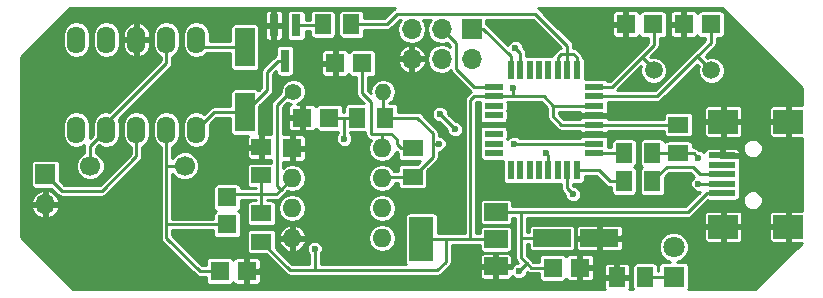
<source format=gtl>
G04 #@! TF.FileFunction,Copper,L1,Top,Signal*
%FSLAX46Y46*%
G04 Gerber Fmt 4.6, Leading zero omitted, Abs format (unit mm)*
G04 Created by KiCad (PCBNEW 4.0.7-e2-6376~58~ubuntu14.04.1) date Mon Mar 25 04:59:34 2019*
%MOMM*%
%LPD*%
G01*
G04 APERTURE LIST*
%ADD10C,0.100000*%
%ADD11R,1.600000X1.600000*%
%ADD12O,1.600000X1.600000*%
%ADD13O,1.600000X2.300000*%
%ADD14R,0.800000X1.900000*%
%ADD15R,2.000000X3.800000*%
%ADD16R,2.000000X1.500000*%
%ADD17R,3.200000X1.500000*%
%ADD18R,1.600000X0.550000*%
%ADD19R,0.550000X1.600000*%
%ADD20C,1.500000*%
%ADD21R,2.300000X0.500000*%
%ADD22R,2.500000X2.000000*%
%ADD23C,1.400000*%
%ADD24O,1.400000X1.400000*%
%ADD25R,1.700000X1.400000*%
%ADD26R,1.400000X1.700000*%
%ADD27R,1.700000X1.700000*%
%ADD28O,1.700000X1.700000*%
%ADD29R,1.700000X3.300000*%
%ADD30R,1.800000X1.800000*%
%ADD31C,1.800000*%
%ADD32C,1.700000*%
%ADD33C,0.600000*%
%ADD34C,0.250000*%
%ADD35C,0.254000*%
G04 APERTURE END LIST*
D10*
D11*
X173900000Y-95800000D03*
D12*
X181520000Y-103420000D03*
X173900000Y-98340000D03*
X181520000Y-100880000D03*
X173900000Y-100880000D03*
X181520000Y-98340000D03*
X173900000Y-103420000D03*
X181520000Y-95800000D03*
D13*
X165800000Y-86600000D03*
X163260000Y-86600000D03*
X160720000Y-86600000D03*
X158180000Y-86600000D03*
X155640000Y-86600000D03*
X155640000Y-94220000D03*
X158180000Y-94220000D03*
X160720000Y-94220000D03*
X163260000Y-94220000D03*
X165800000Y-94220000D03*
D14*
X174250000Y-85400000D03*
X172350000Y-85400000D03*
X173300000Y-88400000D03*
D15*
X184850000Y-103500000D03*
D16*
X191150000Y-103500000D03*
X191150000Y-101200000D03*
X191150000Y-105800000D03*
D11*
X168400000Y-102250000D03*
X168400000Y-99950000D03*
X170050000Y-106200000D03*
X167750000Y-106200000D03*
X174750000Y-93200000D03*
X177050000Y-93200000D03*
D17*
X195900000Y-103400000D03*
X199900000Y-103400000D03*
D11*
X198250000Y-105900000D03*
X195950000Y-105900000D03*
X177550000Y-88600000D03*
X179850000Y-88600000D03*
X209350000Y-85300000D03*
X207050000Y-85300000D03*
X204450000Y-85300000D03*
X202150000Y-85300000D03*
D18*
X199450000Y-96200000D03*
X199450000Y-95400000D03*
X199450000Y-94600000D03*
X199450000Y-93800000D03*
X199450000Y-93000000D03*
X199450000Y-92200000D03*
X199450000Y-91400000D03*
X199450000Y-90600000D03*
D19*
X198000000Y-89150000D03*
X197200000Y-89150000D03*
X196400000Y-89150000D03*
X195600000Y-89150000D03*
X194800000Y-89150000D03*
X194000000Y-89150000D03*
X193200000Y-89150000D03*
X192400000Y-89150000D03*
D18*
X190950000Y-90600000D03*
X190950000Y-91400000D03*
X190950000Y-92200000D03*
X190950000Y-93000000D03*
X190950000Y-93800000D03*
X190950000Y-94600000D03*
X190950000Y-95400000D03*
X190950000Y-96200000D03*
D19*
X192400000Y-97650000D03*
X193200000Y-97650000D03*
X194000000Y-97650000D03*
X194800000Y-97650000D03*
X195600000Y-97650000D03*
X196400000Y-97650000D03*
X197200000Y-97650000D03*
X198000000Y-97650000D03*
D20*
X209400000Y-89200000D03*
X204520000Y-89200000D03*
D21*
X210300000Y-99600000D03*
X210300000Y-98800000D03*
X210300000Y-98000000D03*
X210300000Y-97200000D03*
X210300000Y-96400000D03*
D22*
X210400000Y-102450000D03*
X215900000Y-102450000D03*
X210400000Y-93550000D03*
X215900000Y-93550000D03*
D23*
X174000000Y-91000000D03*
D24*
X181620000Y-91000000D03*
D25*
X206600000Y-93800000D03*
X206600000Y-96200000D03*
D26*
X204400000Y-98600000D03*
X202000000Y-98600000D03*
X204400000Y-96200000D03*
X202000000Y-96200000D03*
D25*
X171300000Y-103700000D03*
X171300000Y-101300000D03*
X184100000Y-95800000D03*
X184100000Y-98200000D03*
X171300000Y-98100000D03*
X171300000Y-95700000D03*
D26*
X176500000Y-85300000D03*
X178900000Y-85300000D03*
D27*
X189100000Y-85700000D03*
D28*
X189100000Y-88240000D03*
X186560000Y-85700000D03*
X186560000Y-88240000D03*
X184020000Y-85700000D03*
X184020000Y-88240000D03*
D26*
X181800000Y-93200000D03*
X179400000Y-93200000D03*
D29*
X169900000Y-87250000D03*
X169900000Y-92750000D03*
D27*
X153000000Y-98000000D03*
D28*
X153000000Y-100540000D03*
D30*
X206200000Y-106700000D03*
D31*
X206200000Y-104160000D03*
D26*
X201400000Y-106700000D03*
X203800000Y-106700000D03*
D32*
X156800000Y-97300000D03*
X164800000Y-97300000D03*
D33*
X175300000Y-88600000D03*
X159600000Y-101700000D03*
X187300000Y-92100000D03*
X193700000Y-85900000D03*
X198700000Y-85300000D03*
X194100000Y-93000000D03*
X197500000Y-93000000D03*
X188500000Y-105800000D03*
X175800000Y-104300000D03*
X192600000Y-90700000D03*
X178300000Y-95000000D03*
X186300000Y-95400000D03*
X192700000Y-95400000D03*
X193100000Y-106200000D03*
X208300000Y-98800000D03*
X208300000Y-96600000D03*
X192800000Y-87300000D03*
X186400000Y-92900000D03*
X187700000Y-94200000D03*
X195400000Y-96200000D03*
X197700000Y-99700000D03*
D34*
X169900000Y-92750000D02*
X167270000Y-92750000D01*
X167270000Y-92750000D02*
X165800000Y-94220000D01*
X173300000Y-88400000D02*
X172700000Y-88400000D01*
X171800000Y-90850000D02*
X169900000Y-92750000D01*
X171800000Y-89300000D02*
X171800000Y-90850000D01*
X172700000Y-88400000D02*
X171800000Y-89300000D01*
X177550000Y-88600000D02*
X175300000Y-88600000D01*
X153000000Y-100540000D02*
X158440000Y-100540000D01*
X158440000Y-100540000D02*
X159600000Y-101700000D01*
X184020000Y-88240000D02*
X184020000Y-91520000D01*
X187100000Y-91900000D02*
X187300000Y-92100000D01*
X184400000Y-91900000D02*
X187100000Y-91900000D01*
X184020000Y-91520000D02*
X184400000Y-91900000D01*
X202150000Y-85300000D02*
X198700000Y-85300000D01*
X199450000Y-94600000D02*
X195700000Y-94600000D01*
X195700000Y-94600000D02*
X194100000Y-93000000D01*
X199450000Y-93000000D02*
X197500000Y-93000000D01*
X191150000Y-105800000D02*
X188500000Y-105800000D01*
X206600000Y-93800000D02*
X199450000Y-93800000D01*
X183100000Y-95800000D02*
X182750000Y-95450000D01*
X182750000Y-95050000D02*
X182750000Y-95450000D01*
X182300000Y-94600000D02*
X181520000Y-94600000D01*
X182750000Y-95050000D02*
X182300000Y-94600000D01*
X183100000Y-95800000D02*
X184100000Y-95800000D01*
X181520000Y-95800000D02*
X181520000Y-94600000D01*
X184100000Y-95800000D02*
X183500000Y-95800000D01*
X181520000Y-94600000D02*
X180600000Y-94600000D01*
X179850000Y-91150000D02*
X180600000Y-91900000D01*
X180600000Y-91900000D02*
X180600000Y-94600000D01*
X179850000Y-88600000D02*
X179850000Y-91150000D01*
X175800000Y-104300000D02*
X175800000Y-106100000D01*
X186900000Y-103500000D02*
X186900000Y-105400000D01*
X186900000Y-105400000D02*
X186200000Y-106100000D01*
X186200000Y-106100000D02*
X175800000Y-106100000D01*
X173700000Y-106100000D02*
X171300000Y-103700000D01*
X175800000Y-106100000D02*
X173700000Y-106100000D01*
X189000000Y-103500000D02*
X189000000Y-91700000D01*
X189300000Y-91400000D02*
X190950000Y-91400000D01*
X189000000Y-91700000D02*
X189300000Y-91400000D01*
X191150000Y-103500000D02*
X189000000Y-103500000D01*
X189000000Y-103500000D02*
X186900000Y-103500000D01*
X186900000Y-103500000D02*
X184850000Y-103500000D01*
X171300000Y-103700000D02*
X171800000Y-103700000D01*
X192600000Y-90700000D02*
X192600000Y-91400000D01*
X196000000Y-92200000D02*
X196000000Y-93100000D01*
X196700000Y-93800000D02*
X199450000Y-93800000D01*
X196000000Y-93100000D02*
X196700000Y-93800000D01*
X199450000Y-92200000D02*
X196000000Y-92200000D01*
X195200000Y-91400000D02*
X194000000Y-91400000D01*
X196000000Y-92200000D02*
X195200000Y-91400000D01*
X194000000Y-91400000D02*
X192600000Y-91400000D01*
X192600000Y-91400000D02*
X190950000Y-91400000D01*
X184200000Y-95700000D02*
X184100000Y-95800000D01*
X171300000Y-99700000D02*
X168650000Y-99700000D01*
X168650000Y-99700000D02*
X168400000Y-99950000D01*
X172600000Y-98100000D02*
X172600000Y-99000000D01*
X172600000Y-99000000D02*
X172920000Y-99320000D01*
X171300000Y-99700000D02*
X172540000Y-99700000D01*
X172540000Y-99700000D02*
X172920000Y-99320000D01*
X172920000Y-99320000D02*
X173900000Y-98340000D01*
X171300000Y-98100000D02*
X171300000Y-99700000D01*
X171300000Y-99700000D02*
X171300000Y-101300000D01*
X172600000Y-96200000D02*
X172600000Y-98100000D01*
X173660000Y-98100000D02*
X173900000Y-98340000D01*
X174000000Y-91000000D02*
X173700000Y-91000000D01*
X173700000Y-91000000D02*
X172600000Y-92100000D01*
X172600000Y-92100000D02*
X172600000Y-96200000D01*
X178300000Y-93200000D02*
X178300000Y-95000000D01*
X179400000Y-93200000D02*
X178300000Y-93200000D01*
X178300000Y-93200000D02*
X177050000Y-93200000D01*
X179300000Y-93100000D02*
X179400000Y-93200000D01*
X199450000Y-95400000D02*
X192700000Y-95400000D01*
X186300000Y-95400000D02*
X185800000Y-95400000D01*
X184100000Y-98200000D02*
X181660000Y-98200000D01*
X181660000Y-98200000D02*
X181520000Y-98340000D01*
X181620000Y-91000000D02*
X181620000Y-93020000D01*
X181620000Y-93020000D02*
X181800000Y-93200000D01*
X181800000Y-93200000D02*
X184500000Y-93200000D01*
X185800000Y-96500000D02*
X184100000Y-98200000D01*
X185800000Y-94500000D02*
X185800000Y-95400000D01*
X185800000Y-95400000D02*
X185800000Y-96500000D01*
X184500000Y-93200000D02*
X185800000Y-94500000D01*
X184100000Y-98200000D02*
X183800000Y-98200000D01*
X181800000Y-93200000D02*
X182500000Y-93200000D01*
X183960000Y-98340000D02*
X184100000Y-98200000D01*
X183960000Y-98340000D02*
X184100000Y-98200000D01*
X164800000Y-97300000D02*
X163260000Y-97300000D01*
X168400000Y-102250000D02*
X163260000Y-102250000D01*
X163260000Y-94220000D02*
X163260000Y-97300000D01*
X163260000Y-97300000D02*
X163260000Y-102250000D01*
X163260000Y-102250000D02*
X163260000Y-103360000D01*
X166100000Y-106200000D02*
X167750000Y-106200000D01*
X163260000Y-103360000D02*
X166100000Y-106200000D01*
X193100000Y-106200000D02*
X193750000Y-105550000D01*
X195900000Y-103400000D02*
X193300000Y-103400000D01*
X193300000Y-101200000D02*
X193300000Y-103400000D01*
X193300000Y-103400000D02*
X193300000Y-105100000D01*
X194100000Y-105900000D02*
X195950000Y-105900000D01*
X193300000Y-105100000D02*
X193750000Y-105550000D01*
X193750000Y-105550000D02*
X194100000Y-105900000D01*
X210300000Y-99600000D02*
X209000000Y-99600000D01*
X207400000Y-101200000D02*
X193300000Y-101200000D01*
X193300000Y-101200000D02*
X191150000Y-101200000D01*
X209000000Y-99600000D02*
X207400000Y-101200000D01*
X169900000Y-87250000D02*
X166450000Y-87250000D01*
X166450000Y-87250000D02*
X165800000Y-86600000D01*
X209400000Y-89200000D02*
X208200000Y-88000000D01*
X209350000Y-85300000D02*
X209350000Y-86850000D01*
X204800000Y-91400000D02*
X199450000Y-91400000D01*
X209350000Y-86850000D02*
X208200000Y-88000000D01*
X208200000Y-88000000D02*
X204800000Y-91400000D01*
X204520000Y-89200000D02*
X204520000Y-89120000D01*
X204520000Y-89120000D02*
X203500000Y-88100000D01*
X199450000Y-90600000D02*
X201000000Y-90600000D01*
X201000000Y-90600000D02*
X203500000Y-88100000D01*
X203500000Y-88100000D02*
X204520000Y-87080000D01*
X204520000Y-87080000D02*
X204520000Y-85370000D01*
X204520000Y-85370000D02*
X204450000Y-85300000D01*
X174250000Y-85400000D02*
X176400000Y-85400000D01*
X176400000Y-85400000D02*
X176500000Y-85300000D01*
X199450000Y-96200000D02*
X202000000Y-96200000D01*
X197200000Y-87800000D02*
X197700000Y-87800000D01*
X198000000Y-88100000D02*
X198000000Y-89150000D01*
X197700000Y-87800000D02*
X198000000Y-88100000D01*
X197200000Y-87800000D02*
X196700000Y-87800000D01*
X196400000Y-88100000D02*
X196400000Y-89150000D01*
X196700000Y-87800000D02*
X196400000Y-88100000D01*
X178900000Y-85300000D02*
X181900000Y-85300000D01*
X197200000Y-87100000D02*
X197200000Y-87800000D01*
X197200000Y-87800000D02*
X197200000Y-89150000D01*
X194500000Y-84400000D02*
X197200000Y-87100000D01*
X182800000Y-84400000D02*
X194500000Y-84400000D01*
X181900000Y-85300000D02*
X182800000Y-84400000D01*
X198000000Y-97650000D02*
X199850000Y-97650000D01*
X200800000Y-98600000D02*
X202000000Y-98600000D01*
X199850000Y-97650000D02*
X200800000Y-98600000D01*
X206700000Y-96200000D02*
X207900000Y-96200000D01*
X208300000Y-98800000D02*
X210300000Y-98800000D01*
X207900000Y-96200000D02*
X208300000Y-96600000D01*
X204400000Y-96200000D02*
X206700000Y-96200000D01*
X204400000Y-98600000D02*
X205600000Y-97400000D01*
X208400000Y-98000000D02*
X210300000Y-98000000D01*
X207800000Y-97400000D02*
X208400000Y-98000000D01*
X205600000Y-97400000D02*
X207800000Y-97400000D01*
X189100000Y-85700000D02*
X190100000Y-85700000D01*
X190100000Y-85700000D02*
X192400000Y-88000000D01*
X192400000Y-88000000D02*
X192400000Y-89150000D01*
X186560000Y-85700000D02*
X186600000Y-85700000D01*
X186600000Y-85700000D02*
X187800000Y-86900000D01*
X190950000Y-90600000D02*
X189300000Y-90600000D01*
X187800000Y-89100000D02*
X187800000Y-86900000D01*
X189300000Y-90600000D02*
X187800000Y-89100000D01*
X193200000Y-87700000D02*
X193200000Y-89150000D01*
X192800000Y-87300000D02*
X193200000Y-87700000D01*
X195600000Y-97650000D02*
X195600000Y-96400000D01*
X187700000Y-94200000D02*
X186400000Y-92900000D01*
X195600000Y-96400000D02*
X195400000Y-96200000D01*
X160720000Y-94220000D02*
X160720000Y-96480000D01*
X160720000Y-96480000D02*
X157800000Y-99400000D01*
X154400000Y-99400000D02*
X153000000Y-98000000D01*
X157800000Y-99400000D02*
X154400000Y-99400000D01*
X197200000Y-97650000D02*
X197200000Y-99200000D01*
X197200000Y-99200000D02*
X197700000Y-99700000D01*
X206200000Y-106700000D02*
X203800000Y-106700000D01*
X158180000Y-94220000D02*
X158180000Y-93620000D01*
X158180000Y-93620000D02*
X163260000Y-88540000D01*
X163260000Y-88540000D02*
X163260000Y-86600000D01*
X156800000Y-97300000D02*
X156800000Y-95600000D01*
X156800000Y-95600000D02*
X158180000Y-94220000D01*
D35*
G36*
X182542660Y-83979800D02*
X182445032Y-84045032D01*
X182445030Y-84045035D01*
X181692064Y-84798000D01*
X179984385Y-84798000D01*
X179984385Y-84450000D01*
X179958097Y-84310292D01*
X179875530Y-84181980D01*
X179749547Y-84095899D01*
X179600000Y-84065615D01*
X178200000Y-84065615D01*
X178060292Y-84091903D01*
X177931980Y-84174470D01*
X177845899Y-84300453D01*
X177815615Y-84450000D01*
X177815615Y-86150000D01*
X177841903Y-86289708D01*
X177924470Y-86418020D01*
X178050453Y-86504101D01*
X178200000Y-86534385D01*
X179600000Y-86534385D01*
X179739708Y-86508097D01*
X179868020Y-86425530D01*
X179954101Y-86299547D01*
X179984385Y-86150000D01*
X179984385Y-85802000D01*
X181899995Y-85802000D01*
X181900000Y-85802001D01*
X182092107Y-85763788D01*
X182254968Y-85654968D01*
X183007935Y-84902000D01*
X183089800Y-84902000D01*
X182886400Y-85206409D01*
X182793000Y-85675962D01*
X182793000Y-85724038D01*
X182886400Y-86193591D01*
X183152380Y-86591658D01*
X183550447Y-86857638D01*
X184020000Y-86951038D01*
X184489553Y-86857638D01*
X184887620Y-86591658D01*
X185153600Y-86193591D01*
X185247000Y-85724038D01*
X185247000Y-85675962D01*
X185153600Y-85206409D01*
X184950200Y-84902000D01*
X185629800Y-84902000D01*
X185426400Y-85206409D01*
X185333000Y-85675962D01*
X185333000Y-85724038D01*
X185426400Y-86193591D01*
X185692380Y-86591658D01*
X186090447Y-86857638D01*
X186560000Y-86951038D01*
X187029553Y-86857638D01*
X187040433Y-86850368D01*
X187298000Y-87107935D01*
X187298000Y-87261733D01*
X187029553Y-87082362D01*
X186560000Y-86988962D01*
X186090447Y-87082362D01*
X185692380Y-87348342D01*
X185426400Y-87746409D01*
X185333000Y-88215962D01*
X185333000Y-88264038D01*
X185426400Y-88733591D01*
X185692380Y-89131658D01*
X186090447Y-89397638D01*
X186560000Y-89491038D01*
X187029553Y-89397638D01*
X187318764Y-89204393D01*
X187336212Y-89292107D01*
X187445032Y-89454968D01*
X188945030Y-90954965D01*
X188945032Y-90954968D01*
X189012427Y-91000000D01*
X188945032Y-91045032D01*
X188645032Y-91345032D01*
X188536212Y-91507893D01*
X188497999Y-91700000D01*
X188498000Y-91700005D01*
X188498000Y-102998000D01*
X186234385Y-102998000D01*
X186234385Y-101600000D01*
X186208097Y-101460292D01*
X186125530Y-101331980D01*
X185999547Y-101245899D01*
X185850000Y-101215615D01*
X183850000Y-101215615D01*
X183710292Y-101241903D01*
X183581980Y-101324470D01*
X183495899Y-101450453D01*
X183465615Y-101600000D01*
X183465615Y-105400000D01*
X183491903Y-105539708D01*
X183529413Y-105598000D01*
X176302000Y-105598000D01*
X176302000Y-104755463D01*
X176373598Y-104683990D01*
X176476882Y-104435254D01*
X176477117Y-104165927D01*
X176374267Y-103917011D01*
X176183990Y-103726402D01*
X175935254Y-103623118D01*
X175665927Y-103622883D01*
X175417011Y-103725733D01*
X175226402Y-103916010D01*
X175123118Y-104164746D01*
X175122883Y-104434073D01*
X175225733Y-104682989D01*
X175298000Y-104755382D01*
X175298000Y-105598000D01*
X173907935Y-105598000D01*
X172534385Y-104224449D01*
X172534385Y-103728485D01*
X172764145Y-103728485D01*
X172878688Y-104005045D01*
X173180318Y-104351350D01*
X173591513Y-104555866D01*
X173773000Y-104495890D01*
X173773000Y-103547000D01*
X174027000Y-103547000D01*
X174027000Y-104495890D01*
X174208487Y-104555866D01*
X174619682Y-104351350D01*
X174921312Y-104005045D01*
X175035855Y-103728485D01*
X174975276Y-103547000D01*
X174027000Y-103547000D01*
X173773000Y-103547000D01*
X172824724Y-103547000D01*
X172764145Y-103728485D01*
X172534385Y-103728485D01*
X172534385Y-103420000D01*
X180319941Y-103420000D01*
X180409535Y-103870418D01*
X180664676Y-104252265D01*
X181046523Y-104507406D01*
X181496941Y-104597000D01*
X181543059Y-104597000D01*
X181993477Y-104507406D01*
X182375324Y-104252265D01*
X182630465Y-103870418D01*
X182720059Y-103420000D01*
X182630465Y-102969582D01*
X182375324Y-102587735D01*
X181993477Y-102332594D01*
X181543059Y-102243000D01*
X181496941Y-102243000D01*
X181046523Y-102332594D01*
X180664676Y-102587735D01*
X180409535Y-102969582D01*
X180319941Y-103420000D01*
X172534385Y-103420000D01*
X172534385Y-103111515D01*
X172764145Y-103111515D01*
X172824724Y-103293000D01*
X173773000Y-103293000D01*
X173773000Y-102344110D01*
X174027000Y-102344110D01*
X174027000Y-103293000D01*
X174975276Y-103293000D01*
X175035855Y-103111515D01*
X174921312Y-102834955D01*
X174619682Y-102488650D01*
X174208487Y-102284134D01*
X174027000Y-102344110D01*
X173773000Y-102344110D01*
X173591513Y-102284134D01*
X173180318Y-102488650D01*
X172878688Y-102834955D01*
X172764145Y-103111515D01*
X172534385Y-103111515D01*
X172534385Y-103000000D01*
X172508097Y-102860292D01*
X172425530Y-102731980D01*
X172299547Y-102645899D01*
X172150000Y-102615615D01*
X170450000Y-102615615D01*
X170310292Y-102641903D01*
X170181980Y-102724470D01*
X170095899Y-102850453D01*
X170065615Y-103000000D01*
X170065615Y-104400000D01*
X170091903Y-104539708D01*
X170174470Y-104668020D01*
X170300453Y-104754101D01*
X170450000Y-104784385D01*
X171674449Y-104784385D01*
X173345030Y-106454965D01*
X173345032Y-106454968D01*
X173494693Y-106554968D01*
X173507893Y-106563788D01*
X173700000Y-106602001D01*
X173700005Y-106602000D01*
X186199995Y-106602000D01*
X186200000Y-106602001D01*
X186392107Y-106563788D01*
X186554968Y-106454968D01*
X186988685Y-106021250D01*
X189773000Y-106021250D01*
X189773000Y-106624990D01*
X189830395Y-106763553D01*
X189936447Y-106869605D01*
X190075010Y-106927000D01*
X190928750Y-106927000D01*
X191023000Y-106832750D01*
X191023000Y-105927000D01*
X189867250Y-105927000D01*
X189773000Y-106021250D01*
X186988685Y-106021250D01*
X187254965Y-105754970D01*
X187254968Y-105754968D01*
X187363788Y-105592107D01*
X187402000Y-105400000D01*
X187402000Y-104975010D01*
X189773000Y-104975010D01*
X189773000Y-105578750D01*
X189867250Y-105673000D01*
X191023000Y-105673000D01*
X191023000Y-104767250D01*
X191277000Y-104767250D01*
X191277000Y-105673000D01*
X192432750Y-105673000D01*
X192527000Y-105578750D01*
X192527000Y-104975010D01*
X192469605Y-104836447D01*
X192363553Y-104730395D01*
X192224990Y-104673000D01*
X191371250Y-104673000D01*
X191277000Y-104767250D01*
X191023000Y-104767250D01*
X190928750Y-104673000D01*
X190075010Y-104673000D01*
X189936447Y-104730395D01*
X189830395Y-104836447D01*
X189773000Y-104975010D01*
X187402000Y-104975010D01*
X187402000Y-104002000D01*
X189765615Y-104002000D01*
X189765615Y-104250000D01*
X189791903Y-104389708D01*
X189874470Y-104518020D01*
X190000453Y-104604101D01*
X190150000Y-104634385D01*
X192150000Y-104634385D01*
X192289708Y-104608097D01*
X192418020Y-104525530D01*
X192504101Y-104399547D01*
X192534385Y-104250000D01*
X192534385Y-102750000D01*
X192508097Y-102610292D01*
X192425530Y-102481980D01*
X192299547Y-102395899D01*
X192150000Y-102365615D01*
X190150000Y-102365615D01*
X190010292Y-102391903D01*
X189881980Y-102474470D01*
X189795899Y-102600453D01*
X189765615Y-102750000D01*
X189765615Y-102998000D01*
X189502000Y-102998000D01*
X189502000Y-100450000D01*
X189765615Y-100450000D01*
X189765615Y-101950000D01*
X189791903Y-102089708D01*
X189874470Y-102218020D01*
X190000453Y-102304101D01*
X190150000Y-102334385D01*
X192150000Y-102334385D01*
X192289708Y-102308097D01*
X192418020Y-102225530D01*
X192504101Y-102099547D01*
X192534385Y-101950000D01*
X192534385Y-101702000D01*
X192798000Y-101702000D01*
X192798000Y-105099995D01*
X192797999Y-105100000D01*
X192836212Y-105292107D01*
X192945032Y-105454968D01*
X193012988Y-105522924D01*
X192965927Y-105522883D01*
X192717011Y-105625733D01*
X192526402Y-105816010D01*
X192466359Y-105960609D01*
X192432750Y-105927000D01*
X191277000Y-105927000D01*
X191277000Y-106832750D01*
X191371250Y-106927000D01*
X192224990Y-106927000D01*
X192363553Y-106869605D01*
X192469605Y-106763553D01*
X192527000Y-106624990D01*
X192527000Y-106584258D01*
X192716010Y-106773598D01*
X192964746Y-106876882D01*
X193234073Y-106877117D01*
X193482989Y-106774267D01*
X193673598Y-106583990D01*
X193776882Y-106335254D01*
X193776933Y-106276284D01*
X193865189Y-106335254D01*
X193907893Y-106363788D01*
X194100000Y-106402001D01*
X194100005Y-106402000D01*
X194765615Y-106402000D01*
X194765615Y-106700000D01*
X194791903Y-106839708D01*
X194874470Y-106968020D01*
X195000453Y-107054101D01*
X195150000Y-107084385D01*
X196750000Y-107084385D01*
X196889708Y-107058097D01*
X197018020Y-106975530D01*
X197103965Y-106849746D01*
X197130395Y-106913553D01*
X197236447Y-107019605D01*
X197375010Y-107077000D01*
X198028750Y-107077000D01*
X198123000Y-106982750D01*
X198123000Y-106027000D01*
X198377000Y-106027000D01*
X198377000Y-106982750D01*
X198471250Y-107077000D01*
X199124990Y-107077000D01*
X199263553Y-107019605D01*
X199369605Y-106913553D01*
X199427000Y-106774990D01*
X199427000Y-106121250D01*
X199332750Y-106027000D01*
X198377000Y-106027000D01*
X198123000Y-106027000D01*
X198103000Y-106027000D01*
X198103000Y-105775010D01*
X200323000Y-105775010D01*
X200323000Y-106478750D01*
X200417250Y-106573000D01*
X201273000Y-106573000D01*
X201273000Y-105567250D01*
X201527000Y-105567250D01*
X201527000Y-106573000D01*
X202382750Y-106573000D01*
X202477000Y-106478750D01*
X202477000Y-105775010D01*
X202419605Y-105636447D01*
X202313553Y-105530395D01*
X202174990Y-105473000D01*
X201621250Y-105473000D01*
X201527000Y-105567250D01*
X201273000Y-105567250D01*
X201178750Y-105473000D01*
X200625010Y-105473000D01*
X200486447Y-105530395D01*
X200380395Y-105636447D01*
X200323000Y-105775010D01*
X198103000Y-105775010D01*
X198103000Y-105773000D01*
X198123000Y-105773000D01*
X198123000Y-104817250D01*
X198377000Y-104817250D01*
X198377000Y-105773000D01*
X199332750Y-105773000D01*
X199427000Y-105678750D01*
X199427000Y-105025010D01*
X199369605Y-104886447D01*
X199263553Y-104780395D01*
X199124990Y-104723000D01*
X198471250Y-104723000D01*
X198377000Y-104817250D01*
X198123000Y-104817250D01*
X198028750Y-104723000D01*
X197375010Y-104723000D01*
X197236447Y-104780395D01*
X197130395Y-104886447D01*
X197103054Y-104952454D01*
X197025530Y-104831980D01*
X196899547Y-104745899D01*
X196750000Y-104715615D01*
X195150000Y-104715615D01*
X195010292Y-104741903D01*
X194881980Y-104824470D01*
X194795899Y-104950453D01*
X194765615Y-105100000D01*
X194765615Y-105398000D01*
X194307935Y-105398000D01*
X194104968Y-105195032D01*
X193802000Y-104892064D01*
X193802000Y-103902000D01*
X193915615Y-103902000D01*
X193915615Y-104150000D01*
X193941903Y-104289708D01*
X194024470Y-104418020D01*
X194150453Y-104504101D01*
X194300000Y-104534385D01*
X197500000Y-104534385D01*
X197639708Y-104508097D01*
X197768020Y-104425530D01*
X197854101Y-104299547D01*
X197884385Y-104150000D01*
X197884385Y-103621250D01*
X197923000Y-103621250D01*
X197923000Y-104224990D01*
X197980395Y-104363553D01*
X198086447Y-104469605D01*
X198225010Y-104527000D01*
X199678750Y-104527000D01*
X199773000Y-104432750D01*
X199773000Y-103527000D01*
X200027000Y-103527000D01*
X200027000Y-104432750D01*
X200121250Y-104527000D01*
X201574990Y-104527000D01*
X201713553Y-104469605D01*
X201819605Y-104363553D01*
X201877000Y-104224990D01*
X201877000Y-103621250D01*
X201782750Y-103527000D01*
X200027000Y-103527000D01*
X199773000Y-103527000D01*
X198017250Y-103527000D01*
X197923000Y-103621250D01*
X197884385Y-103621250D01*
X197884385Y-102650000D01*
X197870275Y-102575010D01*
X197923000Y-102575010D01*
X197923000Y-103178750D01*
X198017250Y-103273000D01*
X199773000Y-103273000D01*
X199773000Y-102367250D01*
X200027000Y-102367250D01*
X200027000Y-103273000D01*
X201782750Y-103273000D01*
X201877000Y-103178750D01*
X201877000Y-102671250D01*
X208773000Y-102671250D01*
X208773000Y-103524990D01*
X208830395Y-103663553D01*
X208936447Y-103769605D01*
X209075010Y-103827000D01*
X210178750Y-103827000D01*
X210273000Y-103732750D01*
X210273000Y-102577000D01*
X210527000Y-102577000D01*
X210527000Y-103732750D01*
X210621250Y-103827000D01*
X211724990Y-103827000D01*
X211863553Y-103769605D01*
X211969605Y-103663553D01*
X212027000Y-103524990D01*
X212027000Y-102671250D01*
X214273000Y-102671250D01*
X214273000Y-103524990D01*
X214330395Y-103663553D01*
X214436447Y-103769605D01*
X214575010Y-103827000D01*
X215678750Y-103827000D01*
X215773000Y-103732750D01*
X215773000Y-102577000D01*
X214367250Y-102577000D01*
X214273000Y-102671250D01*
X212027000Y-102671250D01*
X211932750Y-102577000D01*
X210527000Y-102577000D01*
X210273000Y-102577000D01*
X208867250Y-102577000D01*
X208773000Y-102671250D01*
X201877000Y-102671250D01*
X201877000Y-102575010D01*
X201819605Y-102436447D01*
X201713553Y-102330395D01*
X201574990Y-102273000D01*
X200121250Y-102273000D01*
X200027000Y-102367250D01*
X199773000Y-102367250D01*
X199678750Y-102273000D01*
X198225010Y-102273000D01*
X198086447Y-102330395D01*
X197980395Y-102436447D01*
X197923000Y-102575010D01*
X197870275Y-102575010D01*
X197858097Y-102510292D01*
X197775530Y-102381980D01*
X197649547Y-102295899D01*
X197500000Y-102265615D01*
X194300000Y-102265615D01*
X194160292Y-102291903D01*
X194031980Y-102374470D01*
X193945899Y-102500453D01*
X193915615Y-102650000D01*
X193915615Y-102898000D01*
X193802000Y-102898000D01*
X193802000Y-101702000D01*
X207399995Y-101702000D01*
X207400000Y-101702001D01*
X207592107Y-101663788D01*
X207754968Y-101554968D01*
X207934925Y-101375010D01*
X208773000Y-101375010D01*
X208773000Y-102228750D01*
X208867250Y-102323000D01*
X210273000Y-102323000D01*
X210273000Y-101167250D01*
X210527000Y-101167250D01*
X210527000Y-102323000D01*
X211932750Y-102323000D01*
X212027000Y-102228750D01*
X212027000Y-101375010D01*
X214273000Y-101375010D01*
X214273000Y-102228750D01*
X214367250Y-102323000D01*
X215773000Y-102323000D01*
X215773000Y-101167250D01*
X215678750Y-101073000D01*
X214575010Y-101073000D01*
X214436447Y-101130395D01*
X214330395Y-101236447D01*
X214273000Y-101375010D01*
X212027000Y-101375010D01*
X211969605Y-101236447D01*
X211863553Y-101130395D01*
X211724990Y-101073000D01*
X210621250Y-101073000D01*
X210527000Y-101167250D01*
X210273000Y-101167250D01*
X210178750Y-101073000D01*
X209075010Y-101073000D01*
X208936447Y-101130395D01*
X208830395Y-101236447D01*
X208773000Y-101375010D01*
X207934925Y-101375010D01*
X208946156Y-100363779D01*
X212072857Y-100363779D01*
X212198495Y-100667846D01*
X212430930Y-100900688D01*
X212734778Y-101026856D01*
X213063779Y-101027143D01*
X213367846Y-100901505D01*
X213600688Y-100669070D01*
X213726856Y-100365222D01*
X213727143Y-100036221D01*
X213601505Y-99732154D01*
X213369070Y-99499312D01*
X213065222Y-99373144D01*
X212736221Y-99372857D01*
X212432154Y-99498495D01*
X212199312Y-99730930D01*
X212073144Y-100034778D01*
X212072857Y-100363779D01*
X208946156Y-100363779D01*
X209088088Y-100221847D01*
X209150000Y-100234385D01*
X211450000Y-100234385D01*
X211589708Y-100208097D01*
X211718020Y-100125530D01*
X211804101Y-99999547D01*
X211834385Y-99850000D01*
X211834385Y-99350000D01*
X211808097Y-99210292D01*
X211802598Y-99201747D01*
X211804101Y-99199547D01*
X211834385Y-99050000D01*
X211834385Y-98550000D01*
X211808097Y-98410292D01*
X211802598Y-98401747D01*
X211804101Y-98399547D01*
X211834385Y-98250000D01*
X211834385Y-97750000D01*
X211808097Y-97610292D01*
X211802598Y-97601747D01*
X211804101Y-97599547D01*
X211834385Y-97450000D01*
X211834385Y-96950000D01*
X211808097Y-96810292D01*
X211798101Y-96794758D01*
X211827000Y-96724990D01*
X211827000Y-96619250D01*
X211732750Y-96525000D01*
X210427000Y-96525000D01*
X210427000Y-96547000D01*
X210173000Y-96547000D01*
X210173000Y-96525000D01*
X210153000Y-96525000D01*
X210153000Y-96275000D01*
X210173000Y-96275000D01*
X210173000Y-95867250D01*
X210427000Y-95867250D01*
X210427000Y-96275000D01*
X211732750Y-96275000D01*
X211827000Y-96180750D01*
X211827000Y-96075010D01*
X211780927Y-95963779D01*
X212072857Y-95963779D01*
X212198495Y-96267846D01*
X212430930Y-96500688D01*
X212734778Y-96626856D01*
X213063779Y-96627143D01*
X213367846Y-96501505D01*
X213600688Y-96269070D01*
X213726856Y-95965222D01*
X213727143Y-95636221D01*
X213601505Y-95332154D01*
X213369070Y-95099312D01*
X213065222Y-94973144D01*
X212736221Y-94972857D01*
X212432154Y-95098495D01*
X212199312Y-95330930D01*
X212073144Y-95634778D01*
X212072857Y-95963779D01*
X211780927Y-95963779D01*
X211769605Y-95936447D01*
X211663553Y-95830395D01*
X211524990Y-95773000D01*
X210521250Y-95773000D01*
X210427000Y-95867250D01*
X210173000Y-95867250D01*
X210078750Y-95773000D01*
X209075010Y-95773000D01*
X208936447Y-95830395D01*
X208830395Y-95936447D01*
X208773000Y-96075010D01*
X208773000Y-96115567D01*
X208683990Y-96026402D01*
X208435254Y-95923118D01*
X208332965Y-95923029D01*
X208254968Y-95845032D01*
X208092107Y-95736212D01*
X207900000Y-95697999D01*
X207899995Y-95698000D01*
X207834385Y-95698000D01*
X207834385Y-95500000D01*
X207808097Y-95360292D01*
X207725530Y-95231980D01*
X207599547Y-95145899D01*
X207450000Y-95115615D01*
X205750000Y-95115615D01*
X205610292Y-95141903D01*
X205481980Y-95224470D01*
X205465346Y-95248815D01*
X205458097Y-95210292D01*
X205375530Y-95081980D01*
X205249547Y-94995899D01*
X205100000Y-94965615D01*
X203700000Y-94965615D01*
X203560292Y-94991903D01*
X203431980Y-95074470D01*
X203345899Y-95200453D01*
X203315615Y-95350000D01*
X203315615Y-97050000D01*
X203341903Y-97189708D01*
X203424470Y-97318020D01*
X203546031Y-97401080D01*
X203431980Y-97474470D01*
X203345899Y-97600453D01*
X203315615Y-97750000D01*
X203315615Y-99450000D01*
X203341903Y-99589708D01*
X203424470Y-99718020D01*
X203550453Y-99804101D01*
X203700000Y-99834385D01*
X205100000Y-99834385D01*
X205239708Y-99808097D01*
X205368020Y-99725530D01*
X205454101Y-99599547D01*
X205484385Y-99450000D01*
X205484385Y-98225550D01*
X205807935Y-97902000D01*
X207592064Y-97902000D01*
X207916403Y-98226339D01*
X207726402Y-98416010D01*
X207623118Y-98664746D01*
X207622883Y-98934073D01*
X207725733Y-99182989D01*
X207916010Y-99373598D01*
X208164746Y-99476882D01*
X208412966Y-99477099D01*
X207192064Y-100698000D01*
X192534385Y-100698000D01*
X192534385Y-100450000D01*
X192508097Y-100310292D01*
X192425530Y-100181980D01*
X192299547Y-100095899D01*
X192150000Y-100065615D01*
X190150000Y-100065615D01*
X190010292Y-100091903D01*
X189881980Y-100174470D01*
X189795899Y-100300453D01*
X189765615Y-100450000D01*
X189502000Y-100450000D01*
X189502000Y-94325000D01*
X189765615Y-94325000D01*
X189765615Y-94875000D01*
X189789999Y-95004589D01*
X189765615Y-95125000D01*
X189765615Y-95675000D01*
X189789999Y-95804589D01*
X189765615Y-95925000D01*
X189765615Y-96475000D01*
X189791903Y-96614708D01*
X189874470Y-96743020D01*
X190000453Y-96829101D01*
X190150000Y-96859385D01*
X191740615Y-96859385D01*
X191740615Y-98450000D01*
X191766903Y-98589708D01*
X191849470Y-98718020D01*
X191975453Y-98804101D01*
X192125000Y-98834385D01*
X192675000Y-98834385D01*
X192804589Y-98810001D01*
X192925000Y-98834385D01*
X193475000Y-98834385D01*
X193604589Y-98810001D01*
X193725000Y-98834385D01*
X194275000Y-98834385D01*
X194404589Y-98810001D01*
X194525000Y-98834385D01*
X195075000Y-98834385D01*
X195204589Y-98810001D01*
X195325000Y-98834385D01*
X195875000Y-98834385D01*
X196004589Y-98810001D01*
X196125000Y-98834385D01*
X196675000Y-98834385D01*
X196698000Y-98830057D01*
X196698000Y-99199995D01*
X196697999Y-99200000D01*
X196736212Y-99392107D01*
X196845032Y-99554968D01*
X197022971Y-99732907D01*
X197022883Y-99834073D01*
X197125733Y-100082989D01*
X197316010Y-100273598D01*
X197564746Y-100376882D01*
X197834073Y-100377117D01*
X198082989Y-100274267D01*
X198273598Y-100083990D01*
X198376882Y-99835254D01*
X198377117Y-99565927D01*
X198274267Y-99317011D01*
X198083990Y-99126402D01*
X197835254Y-99023118D01*
X197732964Y-99023029D01*
X197702000Y-98992064D01*
X197702000Y-98829727D01*
X197725000Y-98834385D01*
X198275000Y-98834385D01*
X198414708Y-98808097D01*
X198543020Y-98725530D01*
X198629101Y-98599547D01*
X198659385Y-98450000D01*
X198659385Y-98152000D01*
X199642064Y-98152000D01*
X200445032Y-98954968D01*
X200607893Y-99063788D01*
X200800000Y-99102001D01*
X200800005Y-99102000D01*
X200915615Y-99102000D01*
X200915615Y-99450000D01*
X200941903Y-99589708D01*
X201024470Y-99718020D01*
X201150453Y-99804101D01*
X201300000Y-99834385D01*
X202700000Y-99834385D01*
X202839708Y-99808097D01*
X202968020Y-99725530D01*
X203054101Y-99599547D01*
X203084385Y-99450000D01*
X203084385Y-97750000D01*
X203058097Y-97610292D01*
X202975530Y-97481980D01*
X202853969Y-97398920D01*
X202968020Y-97325530D01*
X203054101Y-97199547D01*
X203084385Y-97050000D01*
X203084385Y-95350000D01*
X203058097Y-95210292D01*
X202975530Y-95081980D01*
X202849547Y-94995899D01*
X202700000Y-94965615D01*
X201300000Y-94965615D01*
X201160292Y-94991903D01*
X201031980Y-95074470D01*
X200945899Y-95200453D01*
X200915615Y-95350000D01*
X200915615Y-95698000D01*
X200629727Y-95698000D01*
X200634385Y-95675000D01*
X200634385Y-95125000D01*
X200609434Y-94992398D01*
X200627000Y-94949990D01*
X200627000Y-94821250D01*
X200532750Y-94727000D01*
X199577000Y-94727000D01*
X199577000Y-94740615D01*
X199323000Y-94740615D01*
X199323000Y-94727000D01*
X198367250Y-94727000D01*
X198273000Y-94821250D01*
X198273000Y-94898000D01*
X193155463Y-94898000D01*
X193083990Y-94826402D01*
X192835254Y-94723118D01*
X192565927Y-94722883D01*
X192317011Y-94825733D01*
X192126402Y-95016010D01*
X192117783Y-95036767D01*
X192110001Y-94995411D01*
X192134385Y-94875000D01*
X192134385Y-94325000D01*
X192109434Y-94192398D01*
X192127000Y-94149990D01*
X192127000Y-94021250D01*
X192032750Y-93927000D01*
X191077000Y-93927000D01*
X191077000Y-93940615D01*
X190823000Y-93940615D01*
X190823000Y-93927000D01*
X189867250Y-93927000D01*
X189773000Y-94021250D01*
X189773000Y-94149990D01*
X189791843Y-94195481D01*
X189765615Y-94325000D01*
X189502000Y-94325000D01*
X189502000Y-91907936D01*
X189507936Y-91902000D01*
X189770273Y-91902000D01*
X189765615Y-91925000D01*
X189765615Y-92475000D01*
X189789999Y-92604589D01*
X189765615Y-92725000D01*
X189765615Y-93275000D01*
X189790566Y-93407602D01*
X189773000Y-93450010D01*
X189773000Y-93578750D01*
X189867250Y-93673000D01*
X190823000Y-93673000D01*
X190823000Y-93659385D01*
X191077000Y-93659385D01*
X191077000Y-93673000D01*
X192032750Y-93673000D01*
X192127000Y-93578750D01*
X192127000Y-93450010D01*
X192108157Y-93404519D01*
X192134385Y-93275000D01*
X192134385Y-92725000D01*
X192110001Y-92595411D01*
X192134385Y-92475000D01*
X192134385Y-91925000D01*
X192130057Y-91902000D01*
X194992064Y-91902000D01*
X195498000Y-92407935D01*
X195498000Y-93099995D01*
X195497999Y-93100000D01*
X195536212Y-93292107D01*
X195645032Y-93454968D01*
X196345030Y-94154965D01*
X196345032Y-94154968D01*
X196507893Y-94263788D01*
X196700000Y-94302000D01*
X198273000Y-94302000D01*
X198273000Y-94378750D01*
X198367250Y-94473000D01*
X199323000Y-94473000D01*
X199323000Y-94459385D01*
X199577000Y-94459385D01*
X199577000Y-94473000D01*
X200532750Y-94473000D01*
X200627000Y-94378750D01*
X200627000Y-94302000D01*
X205365615Y-94302000D01*
X205365615Y-94500000D01*
X205391903Y-94639708D01*
X205474470Y-94768020D01*
X205600453Y-94854101D01*
X205750000Y-94884385D01*
X207450000Y-94884385D01*
X207589708Y-94858097D01*
X207718020Y-94775530D01*
X207804101Y-94649547D01*
X207834385Y-94500000D01*
X207834385Y-93771250D01*
X208773000Y-93771250D01*
X208773000Y-94624990D01*
X208830395Y-94763553D01*
X208936447Y-94869605D01*
X209075010Y-94927000D01*
X210178750Y-94927000D01*
X210273000Y-94832750D01*
X210273000Y-93677000D01*
X210527000Y-93677000D01*
X210527000Y-94832750D01*
X210621250Y-94927000D01*
X211724990Y-94927000D01*
X211863553Y-94869605D01*
X211969605Y-94763553D01*
X212027000Y-94624990D01*
X212027000Y-93771250D01*
X214273000Y-93771250D01*
X214273000Y-94624990D01*
X214330395Y-94763553D01*
X214436447Y-94869605D01*
X214575010Y-94927000D01*
X215678750Y-94927000D01*
X215773000Y-94832750D01*
X215773000Y-93677000D01*
X214367250Y-93677000D01*
X214273000Y-93771250D01*
X212027000Y-93771250D01*
X211932750Y-93677000D01*
X210527000Y-93677000D01*
X210273000Y-93677000D01*
X208867250Y-93677000D01*
X208773000Y-93771250D01*
X207834385Y-93771250D01*
X207834385Y-93100000D01*
X207808097Y-92960292D01*
X207725530Y-92831980D01*
X207599547Y-92745899D01*
X207450000Y-92715615D01*
X205750000Y-92715615D01*
X205610292Y-92741903D01*
X205481980Y-92824470D01*
X205395899Y-92950453D01*
X205365615Y-93100000D01*
X205365615Y-93298000D01*
X200627000Y-93298000D01*
X200627000Y-93221250D01*
X200532750Y-93127000D01*
X199577000Y-93127000D01*
X199577000Y-93140615D01*
X199323000Y-93140615D01*
X199323000Y-93127000D01*
X198367250Y-93127000D01*
X198273000Y-93221250D01*
X198273000Y-93298000D01*
X196907935Y-93298000D01*
X196502000Y-92892064D01*
X196502000Y-92702000D01*
X198273000Y-92702000D01*
X198273000Y-92778750D01*
X198367250Y-92873000D01*
X199323000Y-92873000D01*
X199323000Y-92859385D01*
X199577000Y-92859385D01*
X199577000Y-92873000D01*
X200532750Y-92873000D01*
X200627000Y-92778750D01*
X200627000Y-92650010D01*
X200608157Y-92604519D01*
X200634382Y-92475010D01*
X208773000Y-92475010D01*
X208773000Y-93328750D01*
X208867250Y-93423000D01*
X210273000Y-93423000D01*
X210273000Y-92267250D01*
X210527000Y-92267250D01*
X210527000Y-93423000D01*
X211932750Y-93423000D01*
X212027000Y-93328750D01*
X212027000Y-92475010D01*
X214273000Y-92475010D01*
X214273000Y-93328750D01*
X214367250Y-93423000D01*
X215773000Y-93423000D01*
X215773000Y-92267250D01*
X215678750Y-92173000D01*
X214575010Y-92173000D01*
X214436447Y-92230395D01*
X214330395Y-92336447D01*
X214273000Y-92475010D01*
X212027000Y-92475010D01*
X211969605Y-92336447D01*
X211863553Y-92230395D01*
X211724990Y-92173000D01*
X210621250Y-92173000D01*
X210527000Y-92267250D01*
X210273000Y-92267250D01*
X210178750Y-92173000D01*
X209075010Y-92173000D01*
X208936447Y-92230395D01*
X208830395Y-92336447D01*
X208773000Y-92475010D01*
X200634382Y-92475010D01*
X200634385Y-92475000D01*
X200634385Y-91925000D01*
X200630057Y-91902000D01*
X204799995Y-91902000D01*
X204800000Y-91902001D01*
X204992107Y-91863788D01*
X205154968Y-91754968D01*
X208200000Y-88709936D01*
X208329445Y-88839380D01*
X208273196Y-88974842D01*
X208272805Y-89423191D01*
X208444019Y-89837560D01*
X208760772Y-90154867D01*
X209174842Y-90326804D01*
X209623191Y-90327195D01*
X210037560Y-90155981D01*
X210354867Y-89839228D01*
X210526804Y-89425158D01*
X210527195Y-88976809D01*
X210355981Y-88562440D01*
X210039228Y-88245133D01*
X209625158Y-88073196D01*
X209176809Y-88072805D01*
X209039483Y-88129547D01*
X208909936Y-88000000D01*
X209704965Y-87204970D01*
X209704968Y-87204968D01*
X209813788Y-87042107D01*
X209824359Y-86988962D01*
X209852001Y-86850000D01*
X209852000Y-86849995D01*
X209852000Y-86484385D01*
X210150000Y-86484385D01*
X210289708Y-86458097D01*
X210418020Y-86375530D01*
X210504101Y-86249547D01*
X210534385Y-86100000D01*
X210534385Y-84500000D01*
X210508097Y-84360292D01*
X210425530Y-84231980D01*
X210299547Y-84145899D01*
X210150000Y-84115615D01*
X208550000Y-84115615D01*
X208410292Y-84141903D01*
X208281980Y-84224470D01*
X208196035Y-84350254D01*
X208169605Y-84286447D01*
X208063553Y-84180395D01*
X207924990Y-84123000D01*
X207271250Y-84123000D01*
X207177000Y-84217250D01*
X207177000Y-85173000D01*
X207197000Y-85173000D01*
X207197000Y-85427000D01*
X207177000Y-85427000D01*
X207177000Y-86382750D01*
X207271250Y-86477000D01*
X207924990Y-86477000D01*
X208063553Y-86419605D01*
X208169605Y-86313553D01*
X208196946Y-86247546D01*
X208274470Y-86368020D01*
X208400453Y-86454101D01*
X208550000Y-86484385D01*
X208848000Y-86484385D01*
X208848000Y-86642065D01*
X207845032Y-87645032D01*
X204592064Y-90898000D01*
X201411936Y-90898000D01*
X203434454Y-88875482D01*
X203393196Y-88974842D01*
X203392805Y-89423191D01*
X203564019Y-89837560D01*
X203880772Y-90154867D01*
X204294842Y-90326804D01*
X204743191Y-90327195D01*
X205157560Y-90155981D01*
X205474867Y-89839228D01*
X205646804Y-89425158D01*
X205647195Y-88976809D01*
X205475981Y-88562440D01*
X205159228Y-88245133D01*
X204745158Y-88073196D01*
X204296809Y-88072805D01*
X204216092Y-88106157D01*
X204209936Y-88100000D01*
X204874965Y-87434970D01*
X204874968Y-87434968D01*
X204983788Y-87272107D01*
X204998529Y-87198000D01*
X205022001Y-87080000D01*
X205022000Y-87079995D01*
X205022000Y-86484385D01*
X205250000Y-86484385D01*
X205389708Y-86458097D01*
X205518020Y-86375530D01*
X205604101Y-86249547D01*
X205634385Y-86100000D01*
X205634385Y-85521250D01*
X205873000Y-85521250D01*
X205873000Y-86174990D01*
X205930395Y-86313553D01*
X206036447Y-86419605D01*
X206175010Y-86477000D01*
X206828750Y-86477000D01*
X206923000Y-86382750D01*
X206923000Y-85427000D01*
X205967250Y-85427000D01*
X205873000Y-85521250D01*
X205634385Y-85521250D01*
X205634385Y-84500000D01*
X205620275Y-84425010D01*
X205873000Y-84425010D01*
X205873000Y-85078750D01*
X205967250Y-85173000D01*
X206923000Y-85173000D01*
X206923000Y-84217250D01*
X206828750Y-84123000D01*
X206175010Y-84123000D01*
X206036447Y-84180395D01*
X205930395Y-84286447D01*
X205873000Y-84425010D01*
X205620275Y-84425010D01*
X205608097Y-84360292D01*
X205525530Y-84231980D01*
X205399547Y-84145899D01*
X205250000Y-84115615D01*
X203650000Y-84115615D01*
X203510292Y-84141903D01*
X203381980Y-84224470D01*
X203296035Y-84350254D01*
X203269605Y-84286447D01*
X203163553Y-84180395D01*
X203024990Y-84123000D01*
X202371250Y-84123000D01*
X202277000Y-84217250D01*
X202277000Y-85173000D01*
X202297000Y-85173000D01*
X202297000Y-85427000D01*
X202277000Y-85427000D01*
X202277000Y-86382750D01*
X202371250Y-86477000D01*
X203024990Y-86477000D01*
X203163553Y-86419605D01*
X203269605Y-86313553D01*
X203296946Y-86247546D01*
X203374470Y-86368020D01*
X203500453Y-86454101D01*
X203650000Y-86484385D01*
X204018000Y-86484385D01*
X204018000Y-86872065D01*
X203145032Y-87745032D01*
X200792064Y-90098000D01*
X200551926Y-90098000D01*
X200525530Y-90056980D01*
X200399547Y-89970899D01*
X200250000Y-89940615D01*
X198659385Y-89940615D01*
X198659385Y-88350000D01*
X198633097Y-88210292D01*
X198550530Y-88081980D01*
X198490220Y-88040771D01*
X198463788Y-87907892D01*
X198354968Y-87745032D01*
X198054968Y-87445032D01*
X197892107Y-87336212D01*
X197702000Y-87298397D01*
X197702000Y-87100005D01*
X197702001Y-87100000D01*
X197663788Y-86907893D01*
X197586422Y-86792107D01*
X197554968Y-86745032D01*
X197554965Y-86745030D01*
X196331186Y-85521250D01*
X200973000Y-85521250D01*
X200973000Y-86174990D01*
X201030395Y-86313553D01*
X201136447Y-86419605D01*
X201275010Y-86477000D01*
X201928750Y-86477000D01*
X202023000Y-86382750D01*
X202023000Y-85427000D01*
X201067250Y-85427000D01*
X200973000Y-85521250D01*
X196331186Y-85521250D01*
X195234946Y-84425010D01*
X200973000Y-84425010D01*
X200973000Y-85078750D01*
X201067250Y-85173000D01*
X202023000Y-85173000D01*
X202023000Y-84217250D01*
X201928750Y-84123000D01*
X201275010Y-84123000D01*
X201136447Y-84180395D01*
X201030395Y-84286447D01*
X200973000Y-84425010D01*
X195234946Y-84425010D01*
X194854968Y-84045032D01*
X194715735Y-83952000D01*
X210312776Y-83952000D01*
X217048000Y-90687224D01*
X217048000Y-92173000D01*
X216121250Y-92173000D01*
X216027000Y-92267250D01*
X216027000Y-93423000D01*
X216047000Y-93423000D01*
X216047000Y-93677000D01*
X216027000Y-93677000D01*
X216027000Y-94832750D01*
X216121250Y-94927000D01*
X217048000Y-94927000D01*
X217048000Y-101073000D01*
X216121250Y-101073000D01*
X216027000Y-101167250D01*
X216027000Y-102323000D01*
X216047000Y-102323000D01*
X216047000Y-102577000D01*
X216027000Y-102577000D01*
X216027000Y-103732750D01*
X216121250Y-103827000D01*
X217033776Y-103827000D01*
X213112776Y-107748000D01*
X207454414Y-107748000D01*
X207484385Y-107600000D01*
X207484385Y-105800000D01*
X207458097Y-105660292D01*
X207375530Y-105531980D01*
X207249547Y-105445899D01*
X207100000Y-105415615D01*
X206505187Y-105415615D01*
X206922417Y-105243219D01*
X207281957Y-104884307D01*
X207476778Y-104415125D01*
X207477221Y-103907103D01*
X207283219Y-103437583D01*
X206924307Y-103078043D01*
X206455125Y-102883222D01*
X205947103Y-102882779D01*
X205477583Y-103076781D01*
X205118043Y-103435693D01*
X204923222Y-103904875D01*
X204922779Y-104412897D01*
X205116781Y-104882417D01*
X205475693Y-105241957D01*
X205893909Y-105415615D01*
X205300000Y-105415615D01*
X205160292Y-105441903D01*
X205031980Y-105524470D01*
X204945899Y-105650453D01*
X204915615Y-105800000D01*
X204915615Y-106198000D01*
X204884385Y-106198000D01*
X204884385Y-105850000D01*
X204858097Y-105710292D01*
X204775530Y-105581980D01*
X204649547Y-105495899D01*
X204500000Y-105465615D01*
X203100000Y-105465615D01*
X202960292Y-105491903D01*
X202831980Y-105574470D01*
X202745899Y-105700453D01*
X202715615Y-105850000D01*
X202715615Y-107550000D01*
X202741903Y-107689708D01*
X202779413Y-107748000D01*
X202426047Y-107748000D01*
X202477000Y-107624990D01*
X202477000Y-106921250D01*
X202382750Y-106827000D01*
X201527000Y-106827000D01*
X201527000Y-106847000D01*
X201273000Y-106847000D01*
X201273000Y-106827000D01*
X200417250Y-106827000D01*
X200323000Y-106921250D01*
X200323000Y-107624990D01*
X200373953Y-107748000D01*
X155387224Y-107748000D01*
X150952000Y-103312776D01*
X150952000Y-100856351D01*
X151814482Y-100856351D01*
X151938011Y-101154600D01*
X152254047Y-101514222D01*
X152683648Y-101725528D01*
X152873000Y-101666171D01*
X152873000Y-100667000D01*
X153127000Y-100667000D01*
X153127000Y-101666171D01*
X153316352Y-101725528D01*
X153745953Y-101514222D01*
X154061989Y-101154600D01*
X154185518Y-100856351D01*
X154125608Y-100667000D01*
X153127000Y-100667000D01*
X152873000Y-100667000D01*
X151874392Y-100667000D01*
X151814482Y-100856351D01*
X150952000Y-100856351D01*
X150952000Y-100223649D01*
X151814482Y-100223649D01*
X151874392Y-100413000D01*
X152873000Y-100413000D01*
X152873000Y-99413829D01*
X153127000Y-99413829D01*
X153127000Y-100413000D01*
X154125608Y-100413000D01*
X154185518Y-100223649D01*
X154061989Y-99925400D01*
X153745953Y-99565778D01*
X153316352Y-99354472D01*
X153127000Y-99413829D01*
X152873000Y-99413829D01*
X152683648Y-99354472D01*
X152254047Y-99565778D01*
X151938011Y-99925400D01*
X151814482Y-100223649D01*
X150952000Y-100223649D01*
X150952000Y-97150000D01*
X151765615Y-97150000D01*
X151765615Y-98850000D01*
X151791903Y-98989708D01*
X151874470Y-99118020D01*
X152000453Y-99204101D01*
X152150000Y-99234385D01*
X153524449Y-99234385D01*
X154045032Y-99754968D01*
X154207893Y-99863788D01*
X154400000Y-99902001D01*
X154400005Y-99902000D01*
X157799995Y-99902000D01*
X157800000Y-99902001D01*
X157992107Y-99863788D01*
X158154968Y-99754968D01*
X161074965Y-96834970D01*
X161074968Y-96834968D01*
X161183788Y-96672107D01*
X161185443Y-96663788D01*
X161222001Y-96480000D01*
X161222000Y-96479995D01*
X161222000Y-95652856D01*
X161552265Y-95432181D01*
X161807406Y-95050334D01*
X161897000Y-94599916D01*
X161897000Y-93840084D01*
X162083000Y-93840084D01*
X162083000Y-94599916D01*
X162172594Y-95050334D01*
X162427735Y-95432181D01*
X162758000Y-95652856D01*
X162758000Y-103359995D01*
X162757999Y-103360000D01*
X162796212Y-103552107D01*
X162905032Y-103714968D01*
X165745030Y-106554965D01*
X165745032Y-106554968D01*
X165849828Y-106624990D01*
X165907893Y-106663788D01*
X166100000Y-106702001D01*
X166100005Y-106702000D01*
X166565615Y-106702000D01*
X166565615Y-107000000D01*
X166591903Y-107139708D01*
X166674470Y-107268020D01*
X166800453Y-107354101D01*
X166950000Y-107384385D01*
X168550000Y-107384385D01*
X168689708Y-107358097D01*
X168818020Y-107275530D01*
X168903965Y-107149746D01*
X168930395Y-107213553D01*
X169036447Y-107319605D01*
X169175010Y-107377000D01*
X169828750Y-107377000D01*
X169923000Y-107282750D01*
X169923000Y-106327000D01*
X170177000Y-106327000D01*
X170177000Y-107282750D01*
X170271250Y-107377000D01*
X170924990Y-107377000D01*
X171063553Y-107319605D01*
X171169605Y-107213553D01*
X171227000Y-107074990D01*
X171227000Y-106421250D01*
X171132750Y-106327000D01*
X170177000Y-106327000D01*
X169923000Y-106327000D01*
X169903000Y-106327000D01*
X169903000Y-106073000D01*
X169923000Y-106073000D01*
X169923000Y-105117250D01*
X170177000Y-105117250D01*
X170177000Y-106073000D01*
X171132750Y-106073000D01*
X171227000Y-105978750D01*
X171227000Y-105325010D01*
X171169605Y-105186447D01*
X171063553Y-105080395D01*
X170924990Y-105023000D01*
X170271250Y-105023000D01*
X170177000Y-105117250D01*
X169923000Y-105117250D01*
X169828750Y-105023000D01*
X169175010Y-105023000D01*
X169036447Y-105080395D01*
X168930395Y-105186447D01*
X168903054Y-105252454D01*
X168825530Y-105131980D01*
X168699547Y-105045899D01*
X168550000Y-105015615D01*
X166950000Y-105015615D01*
X166810292Y-105041903D01*
X166681980Y-105124470D01*
X166595899Y-105250453D01*
X166565615Y-105400000D01*
X166565615Y-105698000D01*
X166307935Y-105698000D01*
X163762000Y-103152064D01*
X163762000Y-102752000D01*
X167215615Y-102752000D01*
X167215615Y-103050000D01*
X167241903Y-103189708D01*
X167324470Y-103318020D01*
X167450453Y-103404101D01*
X167600000Y-103434385D01*
X169200000Y-103434385D01*
X169339708Y-103408097D01*
X169468020Y-103325530D01*
X169554101Y-103199547D01*
X169584385Y-103050000D01*
X169584385Y-101450000D01*
X169558097Y-101310292D01*
X169475530Y-101181980D01*
X169353969Y-101098920D01*
X169468020Y-101025530D01*
X169554101Y-100899547D01*
X169584385Y-100750000D01*
X169584385Y-100202000D01*
X170798000Y-100202000D01*
X170798000Y-100215615D01*
X170450000Y-100215615D01*
X170310292Y-100241903D01*
X170181980Y-100324470D01*
X170095899Y-100450453D01*
X170065615Y-100600000D01*
X170065615Y-102000000D01*
X170091903Y-102139708D01*
X170174470Y-102268020D01*
X170300453Y-102354101D01*
X170450000Y-102384385D01*
X172150000Y-102384385D01*
X172289708Y-102358097D01*
X172418020Y-102275530D01*
X172504101Y-102149547D01*
X172534385Y-102000000D01*
X172534385Y-100880000D01*
X172699941Y-100880000D01*
X172789535Y-101330418D01*
X173044676Y-101712265D01*
X173426523Y-101967406D01*
X173876941Y-102057000D01*
X173923059Y-102057000D01*
X174373477Y-101967406D01*
X174755324Y-101712265D01*
X175010465Y-101330418D01*
X175100059Y-100880000D01*
X180319941Y-100880000D01*
X180409535Y-101330418D01*
X180664676Y-101712265D01*
X181046523Y-101967406D01*
X181496941Y-102057000D01*
X181543059Y-102057000D01*
X181993477Y-101967406D01*
X182375324Y-101712265D01*
X182630465Y-101330418D01*
X182720059Y-100880000D01*
X182630465Y-100429582D01*
X182375324Y-100047735D01*
X181993477Y-99792594D01*
X181543059Y-99703000D01*
X181496941Y-99703000D01*
X181046523Y-99792594D01*
X180664676Y-100047735D01*
X180409535Y-100429582D01*
X180319941Y-100880000D01*
X175100059Y-100880000D01*
X175010465Y-100429582D01*
X174755324Y-100047735D01*
X174373477Y-99792594D01*
X173923059Y-99703000D01*
X173876941Y-99703000D01*
X173426523Y-99792594D01*
X173044676Y-100047735D01*
X172789535Y-100429582D01*
X172699941Y-100880000D01*
X172534385Y-100880000D01*
X172534385Y-100600000D01*
X172508097Y-100460292D01*
X172425530Y-100331980D01*
X172299547Y-100245899D01*
X172150000Y-100215615D01*
X171802000Y-100215615D01*
X171802000Y-100202000D01*
X172539995Y-100202000D01*
X172540000Y-100202001D01*
X172732107Y-100163788D01*
X172894968Y-100054968D01*
X173274965Y-99674970D01*
X173274968Y-99674968D01*
X173506601Y-99443335D01*
X173876941Y-99517000D01*
X173923059Y-99517000D01*
X174373477Y-99427406D01*
X174755324Y-99172265D01*
X175010465Y-98790418D01*
X175100059Y-98340000D01*
X175010465Y-97889582D01*
X174755324Y-97507735D01*
X174373477Y-97252594D01*
X173923059Y-97163000D01*
X173876941Y-97163000D01*
X173426523Y-97252594D01*
X173102000Y-97469432D01*
X173102000Y-96977000D01*
X173678750Y-96977000D01*
X173773000Y-96882750D01*
X173773000Y-95927000D01*
X174027000Y-95927000D01*
X174027000Y-96882750D01*
X174121250Y-96977000D01*
X174774990Y-96977000D01*
X174913553Y-96919605D01*
X175019605Y-96813553D01*
X175077000Y-96674990D01*
X175077000Y-96021250D01*
X174982750Y-95927000D01*
X174027000Y-95927000D01*
X173773000Y-95927000D01*
X173753000Y-95927000D01*
X173753000Y-95673000D01*
X173773000Y-95673000D01*
X173773000Y-94717250D01*
X174027000Y-94717250D01*
X174027000Y-95673000D01*
X174982750Y-95673000D01*
X175077000Y-95578750D01*
X175077000Y-94925010D01*
X175019605Y-94786447D01*
X174913553Y-94680395D01*
X174774990Y-94623000D01*
X174121250Y-94623000D01*
X174027000Y-94717250D01*
X173773000Y-94717250D01*
X173678750Y-94623000D01*
X173102000Y-94623000D01*
X173102000Y-93421250D01*
X173573000Y-93421250D01*
X173573000Y-94074990D01*
X173630395Y-94213553D01*
X173736447Y-94319605D01*
X173875010Y-94377000D01*
X174528750Y-94377000D01*
X174623000Y-94282750D01*
X174623000Y-93327000D01*
X173667250Y-93327000D01*
X173573000Y-93421250D01*
X173102000Y-93421250D01*
X173102000Y-92307936D01*
X173465656Y-91944280D01*
X173764988Y-92068573D01*
X173736447Y-92080395D01*
X173630395Y-92186447D01*
X173573000Y-92325010D01*
X173573000Y-92978750D01*
X173667250Y-93073000D01*
X174623000Y-93073000D01*
X174623000Y-92117250D01*
X174877000Y-92117250D01*
X174877000Y-93073000D01*
X174897000Y-93073000D01*
X174897000Y-93327000D01*
X174877000Y-93327000D01*
X174877000Y-94282750D01*
X174971250Y-94377000D01*
X175624990Y-94377000D01*
X175763553Y-94319605D01*
X175869605Y-94213553D01*
X175896946Y-94147546D01*
X175974470Y-94268020D01*
X176100453Y-94354101D01*
X176250000Y-94384385D01*
X177798000Y-94384385D01*
X177798000Y-94544537D01*
X177726402Y-94616010D01*
X177623118Y-94864746D01*
X177622883Y-95134073D01*
X177725733Y-95382989D01*
X177916010Y-95573598D01*
X178164746Y-95676882D01*
X178434073Y-95677117D01*
X178682989Y-95574267D01*
X178873598Y-95383990D01*
X178976882Y-95135254D01*
X178977117Y-94865927D01*
X178874267Y-94617011D01*
X178802000Y-94544618D01*
X178802000Y-94434385D01*
X180098000Y-94434385D01*
X180098000Y-94600000D01*
X180136212Y-94792107D01*
X180245032Y-94954968D01*
X180407893Y-95063788D01*
X180577901Y-95097604D01*
X180409535Y-95349582D01*
X180319941Y-95800000D01*
X180409535Y-96250418D01*
X180664676Y-96632265D01*
X181046523Y-96887406D01*
X181496941Y-96977000D01*
X181543059Y-96977000D01*
X181993477Y-96887406D01*
X182375324Y-96632265D01*
X182630465Y-96250418D01*
X182665309Y-96075245D01*
X182745030Y-96154965D01*
X182745032Y-96154968D01*
X182865615Y-96235539D01*
X182865615Y-96500000D01*
X182891903Y-96639708D01*
X182974470Y-96768020D01*
X183100453Y-96854101D01*
X183250000Y-96884385D01*
X184705679Y-96884385D01*
X184474449Y-97115615D01*
X183250000Y-97115615D01*
X183110292Y-97141903D01*
X182981980Y-97224470D01*
X182895899Y-97350453D01*
X182865615Y-97500000D01*
X182865615Y-97698000D01*
X182502455Y-97698000D01*
X182375324Y-97507735D01*
X181993477Y-97252594D01*
X181543059Y-97163000D01*
X181496941Y-97163000D01*
X181046523Y-97252594D01*
X180664676Y-97507735D01*
X180409535Y-97889582D01*
X180319941Y-98340000D01*
X180409535Y-98790418D01*
X180664676Y-99172265D01*
X181046523Y-99427406D01*
X181496941Y-99517000D01*
X181543059Y-99517000D01*
X181993477Y-99427406D01*
X182375324Y-99172265D01*
X182630465Y-98790418D01*
X182648052Y-98702000D01*
X182865615Y-98702000D01*
X182865615Y-98900000D01*
X182891903Y-99039708D01*
X182974470Y-99168020D01*
X183100453Y-99254101D01*
X183250000Y-99284385D01*
X184950000Y-99284385D01*
X185089708Y-99258097D01*
X185218020Y-99175530D01*
X185304101Y-99049547D01*
X185334385Y-98900000D01*
X185334385Y-97675551D01*
X186154968Y-96854968D01*
X186263788Y-96692108D01*
X186302001Y-96500000D01*
X186302000Y-96499995D01*
X186302000Y-96077002D01*
X186434073Y-96077117D01*
X186682989Y-95974267D01*
X186873598Y-95783990D01*
X186976882Y-95535254D01*
X186977117Y-95265927D01*
X186874267Y-95017011D01*
X186683990Y-94826402D01*
X186435254Y-94723118D01*
X186302000Y-94723002D01*
X186302000Y-94500005D01*
X186302001Y-94500000D01*
X186263788Y-94307893D01*
X186225112Y-94250010D01*
X186154968Y-94145032D01*
X186154965Y-94145030D01*
X185044009Y-93034073D01*
X185722883Y-93034073D01*
X185825733Y-93282989D01*
X186016010Y-93473598D01*
X186264746Y-93576882D01*
X186367035Y-93576971D01*
X187022971Y-94232907D01*
X187022883Y-94334073D01*
X187125733Y-94582989D01*
X187316010Y-94773598D01*
X187564746Y-94876882D01*
X187834073Y-94877117D01*
X188082989Y-94774267D01*
X188273598Y-94583990D01*
X188376882Y-94335254D01*
X188377117Y-94065927D01*
X188274267Y-93817011D01*
X188083990Y-93626402D01*
X187835254Y-93523118D01*
X187732964Y-93523029D01*
X187077029Y-92867093D01*
X187077117Y-92765927D01*
X186974267Y-92517011D01*
X186783990Y-92326402D01*
X186535254Y-92223118D01*
X186265927Y-92222883D01*
X186017011Y-92325733D01*
X185826402Y-92516010D01*
X185723118Y-92764746D01*
X185722883Y-93034073D01*
X185044009Y-93034073D01*
X184854968Y-92845032D01*
X184692107Y-92736212D01*
X184500000Y-92697999D01*
X184499995Y-92698000D01*
X182884385Y-92698000D01*
X182884385Y-92350000D01*
X182858097Y-92210292D01*
X182775530Y-92081980D01*
X182649547Y-91995899D01*
X182500000Y-91965615D01*
X182122000Y-91965615D01*
X182122000Y-91949081D01*
X182402654Y-91761554D01*
X182636118Y-91412150D01*
X182718100Y-91000000D01*
X182636118Y-90587850D01*
X182402654Y-90238446D01*
X182053250Y-90004982D01*
X181641100Y-89923000D01*
X181598900Y-89923000D01*
X181186750Y-90004982D01*
X180837346Y-90238446D01*
X180603882Y-90587850D01*
X180521900Y-91000000D01*
X180549701Y-91139766D01*
X180352000Y-90942064D01*
X180352000Y-89784385D01*
X180650000Y-89784385D01*
X180789708Y-89758097D01*
X180918020Y-89675530D01*
X181004101Y-89549547D01*
X181034385Y-89400000D01*
X181034385Y-88556352D01*
X182834472Y-88556352D01*
X183045778Y-88985953D01*
X183405400Y-89301989D01*
X183703649Y-89425518D01*
X183893000Y-89365608D01*
X183893000Y-88367000D01*
X184147000Y-88367000D01*
X184147000Y-89365608D01*
X184336351Y-89425518D01*
X184634600Y-89301989D01*
X184994222Y-88985953D01*
X185205528Y-88556352D01*
X185146171Y-88367000D01*
X184147000Y-88367000D01*
X183893000Y-88367000D01*
X182893829Y-88367000D01*
X182834472Y-88556352D01*
X181034385Y-88556352D01*
X181034385Y-87923648D01*
X182834472Y-87923648D01*
X182893829Y-88113000D01*
X183893000Y-88113000D01*
X183893000Y-87114392D01*
X184147000Y-87114392D01*
X184147000Y-88113000D01*
X185146171Y-88113000D01*
X185205528Y-87923648D01*
X184994222Y-87494047D01*
X184634600Y-87178011D01*
X184336351Y-87054482D01*
X184147000Y-87114392D01*
X183893000Y-87114392D01*
X183703649Y-87054482D01*
X183405400Y-87178011D01*
X183045778Y-87494047D01*
X182834472Y-87923648D01*
X181034385Y-87923648D01*
X181034385Y-87800000D01*
X181008097Y-87660292D01*
X180925530Y-87531980D01*
X180799547Y-87445899D01*
X180650000Y-87415615D01*
X179050000Y-87415615D01*
X178910292Y-87441903D01*
X178781980Y-87524470D01*
X178696035Y-87650254D01*
X178669605Y-87586447D01*
X178563553Y-87480395D01*
X178424990Y-87423000D01*
X177771250Y-87423000D01*
X177677000Y-87517250D01*
X177677000Y-88473000D01*
X177697000Y-88473000D01*
X177697000Y-88727000D01*
X177677000Y-88727000D01*
X177677000Y-89682750D01*
X177771250Y-89777000D01*
X178424990Y-89777000D01*
X178563553Y-89719605D01*
X178669605Y-89613553D01*
X178696946Y-89547546D01*
X178774470Y-89668020D01*
X178900453Y-89754101D01*
X179050000Y-89784385D01*
X179348000Y-89784385D01*
X179348000Y-91149995D01*
X179347999Y-91150000D01*
X179386212Y-91342107D01*
X179495032Y-91504968D01*
X179955680Y-91965615D01*
X178700000Y-91965615D01*
X178560292Y-91991903D01*
X178431980Y-92074470D01*
X178345899Y-92200453D01*
X178315615Y-92350000D01*
X178315615Y-92698000D01*
X178234385Y-92698000D01*
X178234385Y-92400000D01*
X178208097Y-92260292D01*
X178125530Y-92131980D01*
X177999547Y-92045899D01*
X177850000Y-92015615D01*
X176250000Y-92015615D01*
X176110292Y-92041903D01*
X175981980Y-92124470D01*
X175896035Y-92250254D01*
X175869605Y-92186447D01*
X175763553Y-92080395D01*
X175624990Y-92023000D01*
X174971250Y-92023000D01*
X174877000Y-92117250D01*
X174623000Y-92117250D01*
X174528750Y-92023000D01*
X174344432Y-92023000D01*
X174609275Y-91913569D01*
X174912504Y-91610868D01*
X175076813Y-91215168D01*
X175077187Y-90786711D01*
X174913569Y-90390725D01*
X174610868Y-90087496D01*
X174215168Y-89923187D01*
X173786711Y-89922813D01*
X173390725Y-90086431D01*
X173087496Y-90389132D01*
X172923187Y-90784832D01*
X172922941Y-91067123D01*
X172245032Y-91745032D01*
X172136212Y-91907893D01*
X172097999Y-92100000D01*
X172098000Y-92100005D01*
X172098000Y-94623000D01*
X171521250Y-94623000D01*
X171427000Y-94717250D01*
X171427000Y-95573000D01*
X171447000Y-95573000D01*
X171447000Y-95827000D01*
X171427000Y-95827000D01*
X171427000Y-96682750D01*
X171521250Y-96777000D01*
X172098000Y-96777000D01*
X172098000Y-97015615D01*
X170450000Y-97015615D01*
X170310292Y-97041903D01*
X170181980Y-97124470D01*
X170095899Y-97250453D01*
X170065615Y-97400000D01*
X170065615Y-98800000D01*
X170091903Y-98939708D01*
X170174470Y-99068020D01*
X170300453Y-99154101D01*
X170450000Y-99184385D01*
X170798000Y-99184385D01*
X170798000Y-99198000D01*
X169584385Y-99198000D01*
X169584385Y-99150000D01*
X169558097Y-99010292D01*
X169475530Y-98881980D01*
X169349547Y-98795899D01*
X169200000Y-98765615D01*
X167600000Y-98765615D01*
X167460292Y-98791903D01*
X167331980Y-98874470D01*
X167245899Y-99000453D01*
X167215615Y-99150000D01*
X167215615Y-100750000D01*
X167241903Y-100889708D01*
X167324470Y-101018020D01*
X167446031Y-101101080D01*
X167331980Y-101174470D01*
X167245899Y-101300453D01*
X167215615Y-101450000D01*
X167215615Y-101748000D01*
X163762000Y-101748000D01*
X163762000Y-97996942D01*
X164104053Y-98339593D01*
X164554864Y-98526786D01*
X165042995Y-98527212D01*
X165494131Y-98340806D01*
X165839593Y-97995947D01*
X166026786Y-97545136D01*
X166027212Y-97057005D01*
X165840806Y-96605869D01*
X165495947Y-96260407D01*
X165045136Y-96073214D01*
X164557005Y-96072788D01*
X164105869Y-96259194D01*
X163762000Y-96602463D01*
X163762000Y-95921250D01*
X170073000Y-95921250D01*
X170073000Y-96474990D01*
X170130395Y-96613553D01*
X170236447Y-96719605D01*
X170375010Y-96777000D01*
X171078750Y-96777000D01*
X171173000Y-96682750D01*
X171173000Y-95827000D01*
X170167250Y-95827000D01*
X170073000Y-95921250D01*
X163762000Y-95921250D01*
X163762000Y-95652856D01*
X164092265Y-95432181D01*
X164347406Y-95050334D01*
X164437000Y-94599916D01*
X164437000Y-93840084D01*
X164623000Y-93840084D01*
X164623000Y-94599916D01*
X164712594Y-95050334D01*
X164967735Y-95432181D01*
X165349582Y-95687322D01*
X165800000Y-95776916D01*
X166250418Y-95687322D01*
X166632265Y-95432181D01*
X166887406Y-95050334D01*
X166977000Y-94599916D01*
X166977000Y-93840084D01*
X166962541Y-93767395D01*
X167477936Y-93252000D01*
X168665615Y-93252000D01*
X168665615Y-94400000D01*
X168691903Y-94539708D01*
X168774470Y-94668020D01*
X168900453Y-94754101D01*
X169050000Y-94784385D01*
X170132457Y-94784385D01*
X170130395Y-94786447D01*
X170073000Y-94925010D01*
X170073000Y-95478750D01*
X170167250Y-95573000D01*
X171173000Y-95573000D01*
X171173000Y-94717250D01*
X171078750Y-94623000D01*
X171053912Y-94623000D01*
X171104101Y-94549547D01*
X171134385Y-94400000D01*
X171134385Y-92225551D01*
X172154965Y-91204970D01*
X172154968Y-91204968D01*
X172263788Y-91042107D01*
X172281121Y-90954967D01*
X172302001Y-90850000D01*
X172302000Y-90849995D01*
X172302000Y-89507936D01*
X172515615Y-89294321D01*
X172515615Y-89350000D01*
X172541903Y-89489708D01*
X172624470Y-89618020D01*
X172750453Y-89704101D01*
X172900000Y-89734385D01*
X173700000Y-89734385D01*
X173839708Y-89708097D01*
X173968020Y-89625530D01*
X174054101Y-89499547D01*
X174084385Y-89350000D01*
X174084385Y-88821250D01*
X176373000Y-88821250D01*
X176373000Y-89474990D01*
X176430395Y-89613553D01*
X176536447Y-89719605D01*
X176675010Y-89777000D01*
X177328750Y-89777000D01*
X177423000Y-89682750D01*
X177423000Y-88727000D01*
X176467250Y-88727000D01*
X176373000Y-88821250D01*
X174084385Y-88821250D01*
X174084385Y-87725010D01*
X176373000Y-87725010D01*
X176373000Y-88378750D01*
X176467250Y-88473000D01*
X177423000Y-88473000D01*
X177423000Y-87517250D01*
X177328750Y-87423000D01*
X176675010Y-87423000D01*
X176536447Y-87480395D01*
X176430395Y-87586447D01*
X176373000Y-87725010D01*
X174084385Y-87725010D01*
X174084385Y-87450000D01*
X174058097Y-87310292D01*
X173975530Y-87181980D01*
X173849547Y-87095899D01*
X173700000Y-87065615D01*
X172900000Y-87065615D01*
X172760292Y-87091903D01*
X172631980Y-87174470D01*
X172545899Y-87300453D01*
X172515615Y-87450000D01*
X172515615Y-87934676D01*
X172507892Y-87936212D01*
X172463888Y-87965615D01*
X172345032Y-88045032D01*
X172345030Y-88045035D01*
X171445032Y-88945032D01*
X171336212Y-89107893D01*
X171297999Y-89300000D01*
X171298000Y-89300005D01*
X171298000Y-90642065D01*
X171057853Y-90882212D01*
X171025530Y-90831980D01*
X170899547Y-90745899D01*
X170750000Y-90715615D01*
X169050000Y-90715615D01*
X168910292Y-90741903D01*
X168781980Y-90824470D01*
X168695899Y-90950453D01*
X168665615Y-91100000D01*
X168665615Y-92248000D01*
X167270005Y-92248000D01*
X167270000Y-92247999D01*
X167077893Y-92286212D01*
X166915032Y-92395032D01*
X166434432Y-92875632D01*
X166250418Y-92752678D01*
X165800000Y-92663084D01*
X165349582Y-92752678D01*
X164967735Y-93007819D01*
X164712594Y-93389666D01*
X164623000Y-93840084D01*
X164437000Y-93840084D01*
X164347406Y-93389666D01*
X164092265Y-93007819D01*
X163710418Y-92752678D01*
X163260000Y-92663084D01*
X162809582Y-92752678D01*
X162427735Y-93007819D01*
X162172594Y-93389666D01*
X162083000Y-93840084D01*
X161897000Y-93840084D01*
X161807406Y-93389666D01*
X161552265Y-93007819D01*
X161170418Y-92752678D01*
X160720000Y-92663084D01*
X160269582Y-92752678D01*
X159887735Y-93007819D01*
X159632594Y-93389666D01*
X159543000Y-93840084D01*
X159543000Y-94599916D01*
X159632594Y-95050334D01*
X159887735Y-95432181D01*
X160218000Y-95652856D01*
X160218000Y-96272065D01*
X157592064Y-98898000D01*
X154607936Y-98898000D01*
X154234385Y-98524449D01*
X154234385Y-97150000D01*
X154208097Y-97010292D01*
X154125530Y-96881980D01*
X153999547Y-96795899D01*
X153850000Y-96765615D01*
X152150000Y-96765615D01*
X152010292Y-96791903D01*
X151881980Y-96874470D01*
X151795899Y-97000453D01*
X151765615Y-97150000D01*
X150952000Y-97150000D01*
X150952000Y-93840084D01*
X154463000Y-93840084D01*
X154463000Y-94599916D01*
X154552594Y-95050334D01*
X154807735Y-95432181D01*
X155189582Y-95687322D01*
X155640000Y-95776916D01*
X156090418Y-95687322D01*
X156309786Y-95540746D01*
X156297999Y-95600000D01*
X156298000Y-95600005D01*
X156298000Y-96179807D01*
X156105869Y-96259194D01*
X155760407Y-96604053D01*
X155573214Y-97054864D01*
X155572788Y-97542995D01*
X155759194Y-97994131D01*
X156104053Y-98339593D01*
X156554864Y-98526786D01*
X157042995Y-98527212D01*
X157494131Y-98340806D01*
X157839593Y-97995947D01*
X158026786Y-97545136D01*
X158027212Y-97057005D01*
X157840806Y-96605869D01*
X157495947Y-96260407D01*
X157302000Y-96179873D01*
X157302000Y-95807936D01*
X157545568Y-95564368D01*
X157729582Y-95687322D01*
X158180000Y-95776916D01*
X158630418Y-95687322D01*
X159012265Y-95432181D01*
X159267406Y-95050334D01*
X159357000Y-94599916D01*
X159357000Y-93840084D01*
X159267406Y-93389666D01*
X159208472Y-93301464D01*
X163614968Y-88894968D01*
X163723788Y-88732107D01*
X163762001Y-88540000D01*
X163762000Y-88539995D01*
X163762000Y-88032856D01*
X164092265Y-87812181D01*
X164347406Y-87430334D01*
X164437000Y-86979916D01*
X164437000Y-86220084D01*
X164623000Y-86220084D01*
X164623000Y-86979916D01*
X164712594Y-87430334D01*
X164967735Y-87812181D01*
X165349582Y-88067322D01*
X165800000Y-88156916D01*
X166250418Y-88067322D01*
X166632265Y-87812181D01*
X166672476Y-87752000D01*
X168665615Y-87752000D01*
X168665615Y-88900000D01*
X168691903Y-89039708D01*
X168774470Y-89168020D01*
X168900453Y-89254101D01*
X169050000Y-89284385D01*
X170750000Y-89284385D01*
X170889708Y-89258097D01*
X171018020Y-89175530D01*
X171104101Y-89049547D01*
X171134385Y-88900000D01*
X171134385Y-85621250D01*
X171573000Y-85621250D01*
X171573000Y-86424990D01*
X171630395Y-86563553D01*
X171736447Y-86669605D01*
X171875010Y-86727000D01*
X172128750Y-86727000D01*
X172223000Y-86632750D01*
X172223000Y-85527000D01*
X172477000Y-85527000D01*
X172477000Y-86632750D01*
X172571250Y-86727000D01*
X172824990Y-86727000D01*
X172963553Y-86669605D01*
X173069605Y-86563553D01*
X173127000Y-86424990D01*
X173127000Y-85621250D01*
X173032750Y-85527000D01*
X172477000Y-85527000D01*
X172223000Y-85527000D01*
X171667250Y-85527000D01*
X171573000Y-85621250D01*
X171134385Y-85621250D01*
X171134385Y-85600000D01*
X171108097Y-85460292D01*
X171025530Y-85331980D01*
X170899547Y-85245899D01*
X170750000Y-85215615D01*
X169050000Y-85215615D01*
X168910292Y-85241903D01*
X168781980Y-85324470D01*
X168695899Y-85450453D01*
X168665615Y-85600000D01*
X168665615Y-86748000D01*
X166977000Y-86748000D01*
X166977000Y-86220084D01*
X166887406Y-85769666D01*
X166632265Y-85387819D01*
X166250418Y-85132678D01*
X165800000Y-85043084D01*
X165349582Y-85132678D01*
X164967735Y-85387819D01*
X164712594Y-85769666D01*
X164623000Y-86220084D01*
X164437000Y-86220084D01*
X164347406Y-85769666D01*
X164092265Y-85387819D01*
X163710418Y-85132678D01*
X163260000Y-85043084D01*
X162809582Y-85132678D01*
X162427735Y-85387819D01*
X162172594Y-85769666D01*
X162083000Y-86220084D01*
X162083000Y-86979916D01*
X162172594Y-87430334D01*
X162427735Y-87812181D01*
X162758000Y-88032856D01*
X162758000Y-88332064D01*
X158386003Y-92704061D01*
X158180000Y-92663084D01*
X157729582Y-92752678D01*
X157347735Y-93007819D01*
X157092594Y-93389666D01*
X157003000Y-93840084D01*
X157003000Y-94599916D01*
X157017459Y-94672606D01*
X156749176Y-94940888D01*
X156817000Y-94599916D01*
X156817000Y-93840084D01*
X156727406Y-93389666D01*
X156472265Y-93007819D01*
X156090418Y-92752678D01*
X155640000Y-92663084D01*
X155189582Y-92752678D01*
X154807735Y-93007819D01*
X154552594Y-93389666D01*
X154463000Y-93840084D01*
X150952000Y-93840084D01*
X150952000Y-88087224D01*
X152819140Y-86220084D01*
X154463000Y-86220084D01*
X154463000Y-86979916D01*
X154552594Y-87430334D01*
X154807735Y-87812181D01*
X155189582Y-88067322D01*
X155640000Y-88156916D01*
X156090418Y-88067322D01*
X156472265Y-87812181D01*
X156727406Y-87430334D01*
X156817000Y-86979916D01*
X156817000Y-86220084D01*
X157003000Y-86220084D01*
X157003000Y-86979916D01*
X157092594Y-87430334D01*
X157347735Y-87812181D01*
X157729582Y-88067322D01*
X158180000Y-88156916D01*
X158630418Y-88067322D01*
X159012265Y-87812181D01*
X159267406Y-87430334D01*
X159357000Y-86979916D01*
X159357000Y-86727000D01*
X159543000Y-86727000D01*
X159543000Y-87077000D01*
X159681195Y-87517751D01*
X159977538Y-87872067D01*
X160411515Y-88085855D01*
X160593000Y-88025276D01*
X160593000Y-86727000D01*
X160847000Y-86727000D01*
X160847000Y-88025276D01*
X161028485Y-88085855D01*
X161462462Y-87872067D01*
X161758805Y-87517751D01*
X161897000Y-87077000D01*
X161897000Y-86727000D01*
X160847000Y-86727000D01*
X160593000Y-86727000D01*
X159543000Y-86727000D01*
X159357000Y-86727000D01*
X159357000Y-86220084D01*
X159337689Y-86123000D01*
X159543000Y-86123000D01*
X159543000Y-86473000D01*
X160593000Y-86473000D01*
X160593000Y-85174724D01*
X160847000Y-85174724D01*
X160847000Y-86473000D01*
X161897000Y-86473000D01*
X161897000Y-86123000D01*
X161758805Y-85682249D01*
X161462462Y-85327933D01*
X161028485Y-85114145D01*
X160847000Y-85174724D01*
X160593000Y-85174724D01*
X160411515Y-85114145D01*
X159977538Y-85327933D01*
X159681195Y-85682249D01*
X159543000Y-86123000D01*
X159337689Y-86123000D01*
X159267406Y-85769666D01*
X159012265Y-85387819D01*
X158630418Y-85132678D01*
X158180000Y-85043084D01*
X157729582Y-85132678D01*
X157347735Y-85387819D01*
X157092594Y-85769666D01*
X157003000Y-86220084D01*
X156817000Y-86220084D01*
X156727406Y-85769666D01*
X156472265Y-85387819D01*
X156090418Y-85132678D01*
X155640000Y-85043084D01*
X155189582Y-85132678D01*
X154807735Y-85387819D01*
X154552594Y-85769666D01*
X154463000Y-86220084D01*
X152819140Y-86220084D01*
X154664214Y-84375010D01*
X171573000Y-84375010D01*
X171573000Y-85178750D01*
X171667250Y-85273000D01*
X172223000Y-85273000D01*
X172223000Y-84167250D01*
X172477000Y-84167250D01*
X172477000Y-85273000D01*
X173032750Y-85273000D01*
X173127000Y-85178750D01*
X173127000Y-84450000D01*
X173465615Y-84450000D01*
X173465615Y-86350000D01*
X173491903Y-86489708D01*
X173574470Y-86618020D01*
X173700453Y-86704101D01*
X173850000Y-86734385D01*
X174650000Y-86734385D01*
X174789708Y-86708097D01*
X174918020Y-86625530D01*
X175004101Y-86499547D01*
X175034385Y-86350000D01*
X175034385Y-85902000D01*
X175415615Y-85902000D01*
X175415615Y-86150000D01*
X175441903Y-86289708D01*
X175524470Y-86418020D01*
X175650453Y-86504101D01*
X175800000Y-86534385D01*
X177200000Y-86534385D01*
X177339708Y-86508097D01*
X177468020Y-86425530D01*
X177554101Y-86299547D01*
X177584385Y-86150000D01*
X177584385Y-84450000D01*
X177558097Y-84310292D01*
X177475530Y-84181980D01*
X177349547Y-84095899D01*
X177200000Y-84065615D01*
X175800000Y-84065615D01*
X175660292Y-84091903D01*
X175531980Y-84174470D01*
X175445899Y-84300453D01*
X175415615Y-84450000D01*
X175415615Y-84898000D01*
X175034385Y-84898000D01*
X175034385Y-84450000D01*
X175008097Y-84310292D01*
X174925530Y-84181980D01*
X174799547Y-84095899D01*
X174650000Y-84065615D01*
X173850000Y-84065615D01*
X173710292Y-84091903D01*
X173581980Y-84174470D01*
X173495899Y-84300453D01*
X173465615Y-84450000D01*
X173127000Y-84450000D01*
X173127000Y-84375010D01*
X173069605Y-84236447D01*
X172963553Y-84130395D01*
X172824990Y-84073000D01*
X172571250Y-84073000D01*
X172477000Y-84167250D01*
X172223000Y-84167250D01*
X172128750Y-84073000D01*
X171875010Y-84073000D01*
X171736447Y-84130395D01*
X171630395Y-84236447D01*
X171573000Y-84375010D01*
X154664214Y-84375010D01*
X155087224Y-83952000D01*
X182584264Y-83952000D01*
X182542660Y-83979800D01*
X182542660Y-83979800D01*
G37*
X182542660Y-83979800D02*
X182445032Y-84045032D01*
X182445030Y-84045035D01*
X181692064Y-84798000D01*
X179984385Y-84798000D01*
X179984385Y-84450000D01*
X179958097Y-84310292D01*
X179875530Y-84181980D01*
X179749547Y-84095899D01*
X179600000Y-84065615D01*
X178200000Y-84065615D01*
X178060292Y-84091903D01*
X177931980Y-84174470D01*
X177845899Y-84300453D01*
X177815615Y-84450000D01*
X177815615Y-86150000D01*
X177841903Y-86289708D01*
X177924470Y-86418020D01*
X178050453Y-86504101D01*
X178200000Y-86534385D01*
X179600000Y-86534385D01*
X179739708Y-86508097D01*
X179868020Y-86425530D01*
X179954101Y-86299547D01*
X179984385Y-86150000D01*
X179984385Y-85802000D01*
X181899995Y-85802000D01*
X181900000Y-85802001D01*
X182092107Y-85763788D01*
X182254968Y-85654968D01*
X183007935Y-84902000D01*
X183089800Y-84902000D01*
X182886400Y-85206409D01*
X182793000Y-85675962D01*
X182793000Y-85724038D01*
X182886400Y-86193591D01*
X183152380Y-86591658D01*
X183550447Y-86857638D01*
X184020000Y-86951038D01*
X184489553Y-86857638D01*
X184887620Y-86591658D01*
X185153600Y-86193591D01*
X185247000Y-85724038D01*
X185247000Y-85675962D01*
X185153600Y-85206409D01*
X184950200Y-84902000D01*
X185629800Y-84902000D01*
X185426400Y-85206409D01*
X185333000Y-85675962D01*
X185333000Y-85724038D01*
X185426400Y-86193591D01*
X185692380Y-86591658D01*
X186090447Y-86857638D01*
X186560000Y-86951038D01*
X187029553Y-86857638D01*
X187040433Y-86850368D01*
X187298000Y-87107935D01*
X187298000Y-87261733D01*
X187029553Y-87082362D01*
X186560000Y-86988962D01*
X186090447Y-87082362D01*
X185692380Y-87348342D01*
X185426400Y-87746409D01*
X185333000Y-88215962D01*
X185333000Y-88264038D01*
X185426400Y-88733591D01*
X185692380Y-89131658D01*
X186090447Y-89397638D01*
X186560000Y-89491038D01*
X187029553Y-89397638D01*
X187318764Y-89204393D01*
X187336212Y-89292107D01*
X187445032Y-89454968D01*
X188945030Y-90954965D01*
X188945032Y-90954968D01*
X189012427Y-91000000D01*
X188945032Y-91045032D01*
X188645032Y-91345032D01*
X188536212Y-91507893D01*
X188497999Y-91700000D01*
X188498000Y-91700005D01*
X188498000Y-102998000D01*
X186234385Y-102998000D01*
X186234385Y-101600000D01*
X186208097Y-101460292D01*
X186125530Y-101331980D01*
X185999547Y-101245899D01*
X185850000Y-101215615D01*
X183850000Y-101215615D01*
X183710292Y-101241903D01*
X183581980Y-101324470D01*
X183495899Y-101450453D01*
X183465615Y-101600000D01*
X183465615Y-105400000D01*
X183491903Y-105539708D01*
X183529413Y-105598000D01*
X176302000Y-105598000D01*
X176302000Y-104755463D01*
X176373598Y-104683990D01*
X176476882Y-104435254D01*
X176477117Y-104165927D01*
X176374267Y-103917011D01*
X176183990Y-103726402D01*
X175935254Y-103623118D01*
X175665927Y-103622883D01*
X175417011Y-103725733D01*
X175226402Y-103916010D01*
X175123118Y-104164746D01*
X175122883Y-104434073D01*
X175225733Y-104682989D01*
X175298000Y-104755382D01*
X175298000Y-105598000D01*
X173907935Y-105598000D01*
X172534385Y-104224449D01*
X172534385Y-103728485D01*
X172764145Y-103728485D01*
X172878688Y-104005045D01*
X173180318Y-104351350D01*
X173591513Y-104555866D01*
X173773000Y-104495890D01*
X173773000Y-103547000D01*
X174027000Y-103547000D01*
X174027000Y-104495890D01*
X174208487Y-104555866D01*
X174619682Y-104351350D01*
X174921312Y-104005045D01*
X175035855Y-103728485D01*
X174975276Y-103547000D01*
X174027000Y-103547000D01*
X173773000Y-103547000D01*
X172824724Y-103547000D01*
X172764145Y-103728485D01*
X172534385Y-103728485D01*
X172534385Y-103420000D01*
X180319941Y-103420000D01*
X180409535Y-103870418D01*
X180664676Y-104252265D01*
X181046523Y-104507406D01*
X181496941Y-104597000D01*
X181543059Y-104597000D01*
X181993477Y-104507406D01*
X182375324Y-104252265D01*
X182630465Y-103870418D01*
X182720059Y-103420000D01*
X182630465Y-102969582D01*
X182375324Y-102587735D01*
X181993477Y-102332594D01*
X181543059Y-102243000D01*
X181496941Y-102243000D01*
X181046523Y-102332594D01*
X180664676Y-102587735D01*
X180409535Y-102969582D01*
X180319941Y-103420000D01*
X172534385Y-103420000D01*
X172534385Y-103111515D01*
X172764145Y-103111515D01*
X172824724Y-103293000D01*
X173773000Y-103293000D01*
X173773000Y-102344110D01*
X174027000Y-102344110D01*
X174027000Y-103293000D01*
X174975276Y-103293000D01*
X175035855Y-103111515D01*
X174921312Y-102834955D01*
X174619682Y-102488650D01*
X174208487Y-102284134D01*
X174027000Y-102344110D01*
X173773000Y-102344110D01*
X173591513Y-102284134D01*
X173180318Y-102488650D01*
X172878688Y-102834955D01*
X172764145Y-103111515D01*
X172534385Y-103111515D01*
X172534385Y-103000000D01*
X172508097Y-102860292D01*
X172425530Y-102731980D01*
X172299547Y-102645899D01*
X172150000Y-102615615D01*
X170450000Y-102615615D01*
X170310292Y-102641903D01*
X170181980Y-102724470D01*
X170095899Y-102850453D01*
X170065615Y-103000000D01*
X170065615Y-104400000D01*
X170091903Y-104539708D01*
X170174470Y-104668020D01*
X170300453Y-104754101D01*
X170450000Y-104784385D01*
X171674449Y-104784385D01*
X173345030Y-106454965D01*
X173345032Y-106454968D01*
X173494693Y-106554968D01*
X173507893Y-106563788D01*
X173700000Y-106602001D01*
X173700005Y-106602000D01*
X186199995Y-106602000D01*
X186200000Y-106602001D01*
X186392107Y-106563788D01*
X186554968Y-106454968D01*
X186988685Y-106021250D01*
X189773000Y-106021250D01*
X189773000Y-106624990D01*
X189830395Y-106763553D01*
X189936447Y-106869605D01*
X190075010Y-106927000D01*
X190928750Y-106927000D01*
X191023000Y-106832750D01*
X191023000Y-105927000D01*
X189867250Y-105927000D01*
X189773000Y-106021250D01*
X186988685Y-106021250D01*
X187254965Y-105754970D01*
X187254968Y-105754968D01*
X187363788Y-105592107D01*
X187402000Y-105400000D01*
X187402000Y-104975010D01*
X189773000Y-104975010D01*
X189773000Y-105578750D01*
X189867250Y-105673000D01*
X191023000Y-105673000D01*
X191023000Y-104767250D01*
X191277000Y-104767250D01*
X191277000Y-105673000D01*
X192432750Y-105673000D01*
X192527000Y-105578750D01*
X192527000Y-104975010D01*
X192469605Y-104836447D01*
X192363553Y-104730395D01*
X192224990Y-104673000D01*
X191371250Y-104673000D01*
X191277000Y-104767250D01*
X191023000Y-104767250D01*
X190928750Y-104673000D01*
X190075010Y-104673000D01*
X189936447Y-104730395D01*
X189830395Y-104836447D01*
X189773000Y-104975010D01*
X187402000Y-104975010D01*
X187402000Y-104002000D01*
X189765615Y-104002000D01*
X189765615Y-104250000D01*
X189791903Y-104389708D01*
X189874470Y-104518020D01*
X190000453Y-104604101D01*
X190150000Y-104634385D01*
X192150000Y-104634385D01*
X192289708Y-104608097D01*
X192418020Y-104525530D01*
X192504101Y-104399547D01*
X192534385Y-104250000D01*
X192534385Y-102750000D01*
X192508097Y-102610292D01*
X192425530Y-102481980D01*
X192299547Y-102395899D01*
X192150000Y-102365615D01*
X190150000Y-102365615D01*
X190010292Y-102391903D01*
X189881980Y-102474470D01*
X189795899Y-102600453D01*
X189765615Y-102750000D01*
X189765615Y-102998000D01*
X189502000Y-102998000D01*
X189502000Y-100450000D01*
X189765615Y-100450000D01*
X189765615Y-101950000D01*
X189791903Y-102089708D01*
X189874470Y-102218020D01*
X190000453Y-102304101D01*
X190150000Y-102334385D01*
X192150000Y-102334385D01*
X192289708Y-102308097D01*
X192418020Y-102225530D01*
X192504101Y-102099547D01*
X192534385Y-101950000D01*
X192534385Y-101702000D01*
X192798000Y-101702000D01*
X192798000Y-105099995D01*
X192797999Y-105100000D01*
X192836212Y-105292107D01*
X192945032Y-105454968D01*
X193012988Y-105522924D01*
X192965927Y-105522883D01*
X192717011Y-105625733D01*
X192526402Y-105816010D01*
X192466359Y-105960609D01*
X192432750Y-105927000D01*
X191277000Y-105927000D01*
X191277000Y-106832750D01*
X191371250Y-106927000D01*
X192224990Y-106927000D01*
X192363553Y-106869605D01*
X192469605Y-106763553D01*
X192527000Y-106624990D01*
X192527000Y-106584258D01*
X192716010Y-106773598D01*
X192964746Y-106876882D01*
X193234073Y-106877117D01*
X193482989Y-106774267D01*
X193673598Y-106583990D01*
X193776882Y-106335254D01*
X193776933Y-106276284D01*
X193865189Y-106335254D01*
X193907893Y-106363788D01*
X194100000Y-106402001D01*
X194100005Y-106402000D01*
X194765615Y-106402000D01*
X194765615Y-106700000D01*
X194791903Y-106839708D01*
X194874470Y-106968020D01*
X195000453Y-107054101D01*
X195150000Y-107084385D01*
X196750000Y-107084385D01*
X196889708Y-107058097D01*
X197018020Y-106975530D01*
X197103965Y-106849746D01*
X197130395Y-106913553D01*
X197236447Y-107019605D01*
X197375010Y-107077000D01*
X198028750Y-107077000D01*
X198123000Y-106982750D01*
X198123000Y-106027000D01*
X198377000Y-106027000D01*
X198377000Y-106982750D01*
X198471250Y-107077000D01*
X199124990Y-107077000D01*
X199263553Y-107019605D01*
X199369605Y-106913553D01*
X199427000Y-106774990D01*
X199427000Y-106121250D01*
X199332750Y-106027000D01*
X198377000Y-106027000D01*
X198123000Y-106027000D01*
X198103000Y-106027000D01*
X198103000Y-105775010D01*
X200323000Y-105775010D01*
X200323000Y-106478750D01*
X200417250Y-106573000D01*
X201273000Y-106573000D01*
X201273000Y-105567250D01*
X201527000Y-105567250D01*
X201527000Y-106573000D01*
X202382750Y-106573000D01*
X202477000Y-106478750D01*
X202477000Y-105775010D01*
X202419605Y-105636447D01*
X202313553Y-105530395D01*
X202174990Y-105473000D01*
X201621250Y-105473000D01*
X201527000Y-105567250D01*
X201273000Y-105567250D01*
X201178750Y-105473000D01*
X200625010Y-105473000D01*
X200486447Y-105530395D01*
X200380395Y-105636447D01*
X200323000Y-105775010D01*
X198103000Y-105775010D01*
X198103000Y-105773000D01*
X198123000Y-105773000D01*
X198123000Y-104817250D01*
X198377000Y-104817250D01*
X198377000Y-105773000D01*
X199332750Y-105773000D01*
X199427000Y-105678750D01*
X199427000Y-105025010D01*
X199369605Y-104886447D01*
X199263553Y-104780395D01*
X199124990Y-104723000D01*
X198471250Y-104723000D01*
X198377000Y-104817250D01*
X198123000Y-104817250D01*
X198028750Y-104723000D01*
X197375010Y-104723000D01*
X197236447Y-104780395D01*
X197130395Y-104886447D01*
X197103054Y-104952454D01*
X197025530Y-104831980D01*
X196899547Y-104745899D01*
X196750000Y-104715615D01*
X195150000Y-104715615D01*
X195010292Y-104741903D01*
X194881980Y-104824470D01*
X194795899Y-104950453D01*
X194765615Y-105100000D01*
X194765615Y-105398000D01*
X194307935Y-105398000D01*
X194104968Y-105195032D01*
X193802000Y-104892064D01*
X193802000Y-103902000D01*
X193915615Y-103902000D01*
X193915615Y-104150000D01*
X193941903Y-104289708D01*
X194024470Y-104418020D01*
X194150453Y-104504101D01*
X194300000Y-104534385D01*
X197500000Y-104534385D01*
X197639708Y-104508097D01*
X197768020Y-104425530D01*
X197854101Y-104299547D01*
X197884385Y-104150000D01*
X197884385Y-103621250D01*
X197923000Y-103621250D01*
X197923000Y-104224990D01*
X197980395Y-104363553D01*
X198086447Y-104469605D01*
X198225010Y-104527000D01*
X199678750Y-104527000D01*
X199773000Y-104432750D01*
X199773000Y-103527000D01*
X200027000Y-103527000D01*
X200027000Y-104432750D01*
X200121250Y-104527000D01*
X201574990Y-104527000D01*
X201713553Y-104469605D01*
X201819605Y-104363553D01*
X201877000Y-104224990D01*
X201877000Y-103621250D01*
X201782750Y-103527000D01*
X200027000Y-103527000D01*
X199773000Y-103527000D01*
X198017250Y-103527000D01*
X197923000Y-103621250D01*
X197884385Y-103621250D01*
X197884385Y-102650000D01*
X197870275Y-102575010D01*
X197923000Y-102575010D01*
X197923000Y-103178750D01*
X198017250Y-103273000D01*
X199773000Y-103273000D01*
X199773000Y-102367250D01*
X200027000Y-102367250D01*
X200027000Y-103273000D01*
X201782750Y-103273000D01*
X201877000Y-103178750D01*
X201877000Y-102671250D01*
X208773000Y-102671250D01*
X208773000Y-103524990D01*
X208830395Y-103663553D01*
X208936447Y-103769605D01*
X209075010Y-103827000D01*
X210178750Y-103827000D01*
X210273000Y-103732750D01*
X210273000Y-102577000D01*
X210527000Y-102577000D01*
X210527000Y-103732750D01*
X210621250Y-103827000D01*
X211724990Y-103827000D01*
X211863553Y-103769605D01*
X211969605Y-103663553D01*
X212027000Y-103524990D01*
X212027000Y-102671250D01*
X214273000Y-102671250D01*
X214273000Y-103524990D01*
X214330395Y-103663553D01*
X214436447Y-103769605D01*
X214575010Y-103827000D01*
X215678750Y-103827000D01*
X215773000Y-103732750D01*
X215773000Y-102577000D01*
X214367250Y-102577000D01*
X214273000Y-102671250D01*
X212027000Y-102671250D01*
X211932750Y-102577000D01*
X210527000Y-102577000D01*
X210273000Y-102577000D01*
X208867250Y-102577000D01*
X208773000Y-102671250D01*
X201877000Y-102671250D01*
X201877000Y-102575010D01*
X201819605Y-102436447D01*
X201713553Y-102330395D01*
X201574990Y-102273000D01*
X200121250Y-102273000D01*
X200027000Y-102367250D01*
X199773000Y-102367250D01*
X199678750Y-102273000D01*
X198225010Y-102273000D01*
X198086447Y-102330395D01*
X197980395Y-102436447D01*
X197923000Y-102575010D01*
X197870275Y-102575010D01*
X197858097Y-102510292D01*
X197775530Y-102381980D01*
X197649547Y-102295899D01*
X197500000Y-102265615D01*
X194300000Y-102265615D01*
X194160292Y-102291903D01*
X194031980Y-102374470D01*
X193945899Y-102500453D01*
X193915615Y-102650000D01*
X193915615Y-102898000D01*
X193802000Y-102898000D01*
X193802000Y-101702000D01*
X207399995Y-101702000D01*
X207400000Y-101702001D01*
X207592107Y-101663788D01*
X207754968Y-101554968D01*
X207934925Y-101375010D01*
X208773000Y-101375010D01*
X208773000Y-102228750D01*
X208867250Y-102323000D01*
X210273000Y-102323000D01*
X210273000Y-101167250D01*
X210527000Y-101167250D01*
X210527000Y-102323000D01*
X211932750Y-102323000D01*
X212027000Y-102228750D01*
X212027000Y-101375010D01*
X214273000Y-101375010D01*
X214273000Y-102228750D01*
X214367250Y-102323000D01*
X215773000Y-102323000D01*
X215773000Y-101167250D01*
X215678750Y-101073000D01*
X214575010Y-101073000D01*
X214436447Y-101130395D01*
X214330395Y-101236447D01*
X214273000Y-101375010D01*
X212027000Y-101375010D01*
X211969605Y-101236447D01*
X211863553Y-101130395D01*
X211724990Y-101073000D01*
X210621250Y-101073000D01*
X210527000Y-101167250D01*
X210273000Y-101167250D01*
X210178750Y-101073000D01*
X209075010Y-101073000D01*
X208936447Y-101130395D01*
X208830395Y-101236447D01*
X208773000Y-101375010D01*
X207934925Y-101375010D01*
X208946156Y-100363779D01*
X212072857Y-100363779D01*
X212198495Y-100667846D01*
X212430930Y-100900688D01*
X212734778Y-101026856D01*
X213063779Y-101027143D01*
X213367846Y-100901505D01*
X213600688Y-100669070D01*
X213726856Y-100365222D01*
X213727143Y-100036221D01*
X213601505Y-99732154D01*
X213369070Y-99499312D01*
X213065222Y-99373144D01*
X212736221Y-99372857D01*
X212432154Y-99498495D01*
X212199312Y-99730930D01*
X212073144Y-100034778D01*
X212072857Y-100363779D01*
X208946156Y-100363779D01*
X209088088Y-100221847D01*
X209150000Y-100234385D01*
X211450000Y-100234385D01*
X211589708Y-100208097D01*
X211718020Y-100125530D01*
X211804101Y-99999547D01*
X211834385Y-99850000D01*
X211834385Y-99350000D01*
X211808097Y-99210292D01*
X211802598Y-99201747D01*
X211804101Y-99199547D01*
X211834385Y-99050000D01*
X211834385Y-98550000D01*
X211808097Y-98410292D01*
X211802598Y-98401747D01*
X211804101Y-98399547D01*
X211834385Y-98250000D01*
X211834385Y-97750000D01*
X211808097Y-97610292D01*
X211802598Y-97601747D01*
X211804101Y-97599547D01*
X211834385Y-97450000D01*
X211834385Y-96950000D01*
X211808097Y-96810292D01*
X211798101Y-96794758D01*
X211827000Y-96724990D01*
X211827000Y-96619250D01*
X211732750Y-96525000D01*
X210427000Y-96525000D01*
X210427000Y-96547000D01*
X210173000Y-96547000D01*
X210173000Y-96525000D01*
X210153000Y-96525000D01*
X210153000Y-96275000D01*
X210173000Y-96275000D01*
X210173000Y-95867250D01*
X210427000Y-95867250D01*
X210427000Y-96275000D01*
X211732750Y-96275000D01*
X211827000Y-96180750D01*
X211827000Y-96075010D01*
X211780927Y-95963779D01*
X212072857Y-95963779D01*
X212198495Y-96267846D01*
X212430930Y-96500688D01*
X212734778Y-96626856D01*
X213063779Y-96627143D01*
X213367846Y-96501505D01*
X213600688Y-96269070D01*
X213726856Y-95965222D01*
X213727143Y-95636221D01*
X213601505Y-95332154D01*
X213369070Y-95099312D01*
X213065222Y-94973144D01*
X212736221Y-94972857D01*
X212432154Y-95098495D01*
X212199312Y-95330930D01*
X212073144Y-95634778D01*
X212072857Y-95963779D01*
X211780927Y-95963779D01*
X211769605Y-95936447D01*
X211663553Y-95830395D01*
X211524990Y-95773000D01*
X210521250Y-95773000D01*
X210427000Y-95867250D01*
X210173000Y-95867250D01*
X210078750Y-95773000D01*
X209075010Y-95773000D01*
X208936447Y-95830395D01*
X208830395Y-95936447D01*
X208773000Y-96075010D01*
X208773000Y-96115567D01*
X208683990Y-96026402D01*
X208435254Y-95923118D01*
X208332965Y-95923029D01*
X208254968Y-95845032D01*
X208092107Y-95736212D01*
X207900000Y-95697999D01*
X207899995Y-95698000D01*
X207834385Y-95698000D01*
X207834385Y-95500000D01*
X207808097Y-95360292D01*
X207725530Y-95231980D01*
X207599547Y-95145899D01*
X207450000Y-95115615D01*
X205750000Y-95115615D01*
X205610292Y-95141903D01*
X205481980Y-95224470D01*
X205465346Y-95248815D01*
X205458097Y-95210292D01*
X205375530Y-95081980D01*
X205249547Y-94995899D01*
X205100000Y-94965615D01*
X203700000Y-94965615D01*
X203560292Y-94991903D01*
X203431980Y-95074470D01*
X203345899Y-95200453D01*
X203315615Y-95350000D01*
X203315615Y-97050000D01*
X203341903Y-97189708D01*
X203424470Y-97318020D01*
X203546031Y-97401080D01*
X203431980Y-97474470D01*
X203345899Y-97600453D01*
X203315615Y-97750000D01*
X203315615Y-99450000D01*
X203341903Y-99589708D01*
X203424470Y-99718020D01*
X203550453Y-99804101D01*
X203700000Y-99834385D01*
X205100000Y-99834385D01*
X205239708Y-99808097D01*
X205368020Y-99725530D01*
X205454101Y-99599547D01*
X205484385Y-99450000D01*
X205484385Y-98225550D01*
X205807935Y-97902000D01*
X207592064Y-97902000D01*
X207916403Y-98226339D01*
X207726402Y-98416010D01*
X207623118Y-98664746D01*
X207622883Y-98934073D01*
X207725733Y-99182989D01*
X207916010Y-99373598D01*
X208164746Y-99476882D01*
X208412966Y-99477099D01*
X207192064Y-100698000D01*
X192534385Y-100698000D01*
X192534385Y-100450000D01*
X192508097Y-100310292D01*
X192425530Y-100181980D01*
X192299547Y-100095899D01*
X192150000Y-100065615D01*
X190150000Y-100065615D01*
X190010292Y-100091903D01*
X189881980Y-100174470D01*
X189795899Y-100300453D01*
X189765615Y-100450000D01*
X189502000Y-100450000D01*
X189502000Y-94325000D01*
X189765615Y-94325000D01*
X189765615Y-94875000D01*
X189789999Y-95004589D01*
X189765615Y-95125000D01*
X189765615Y-95675000D01*
X189789999Y-95804589D01*
X189765615Y-95925000D01*
X189765615Y-96475000D01*
X189791903Y-96614708D01*
X189874470Y-96743020D01*
X190000453Y-96829101D01*
X190150000Y-96859385D01*
X191740615Y-96859385D01*
X191740615Y-98450000D01*
X191766903Y-98589708D01*
X191849470Y-98718020D01*
X191975453Y-98804101D01*
X192125000Y-98834385D01*
X192675000Y-98834385D01*
X192804589Y-98810001D01*
X192925000Y-98834385D01*
X193475000Y-98834385D01*
X193604589Y-98810001D01*
X193725000Y-98834385D01*
X194275000Y-98834385D01*
X194404589Y-98810001D01*
X194525000Y-98834385D01*
X195075000Y-98834385D01*
X195204589Y-98810001D01*
X195325000Y-98834385D01*
X195875000Y-98834385D01*
X196004589Y-98810001D01*
X196125000Y-98834385D01*
X196675000Y-98834385D01*
X196698000Y-98830057D01*
X196698000Y-99199995D01*
X196697999Y-99200000D01*
X196736212Y-99392107D01*
X196845032Y-99554968D01*
X197022971Y-99732907D01*
X197022883Y-99834073D01*
X197125733Y-100082989D01*
X197316010Y-100273598D01*
X197564746Y-100376882D01*
X197834073Y-100377117D01*
X198082989Y-100274267D01*
X198273598Y-100083990D01*
X198376882Y-99835254D01*
X198377117Y-99565927D01*
X198274267Y-99317011D01*
X198083990Y-99126402D01*
X197835254Y-99023118D01*
X197732964Y-99023029D01*
X197702000Y-98992064D01*
X197702000Y-98829727D01*
X197725000Y-98834385D01*
X198275000Y-98834385D01*
X198414708Y-98808097D01*
X198543020Y-98725530D01*
X198629101Y-98599547D01*
X198659385Y-98450000D01*
X198659385Y-98152000D01*
X199642064Y-98152000D01*
X200445032Y-98954968D01*
X200607893Y-99063788D01*
X200800000Y-99102001D01*
X200800005Y-99102000D01*
X200915615Y-99102000D01*
X200915615Y-99450000D01*
X200941903Y-99589708D01*
X201024470Y-99718020D01*
X201150453Y-99804101D01*
X201300000Y-99834385D01*
X202700000Y-99834385D01*
X202839708Y-99808097D01*
X202968020Y-99725530D01*
X203054101Y-99599547D01*
X203084385Y-99450000D01*
X203084385Y-97750000D01*
X203058097Y-97610292D01*
X202975530Y-97481980D01*
X202853969Y-97398920D01*
X202968020Y-97325530D01*
X203054101Y-97199547D01*
X203084385Y-97050000D01*
X203084385Y-95350000D01*
X203058097Y-95210292D01*
X202975530Y-95081980D01*
X202849547Y-94995899D01*
X202700000Y-94965615D01*
X201300000Y-94965615D01*
X201160292Y-94991903D01*
X201031980Y-95074470D01*
X200945899Y-95200453D01*
X200915615Y-95350000D01*
X200915615Y-95698000D01*
X200629727Y-95698000D01*
X200634385Y-95675000D01*
X200634385Y-95125000D01*
X200609434Y-94992398D01*
X200627000Y-94949990D01*
X200627000Y-94821250D01*
X200532750Y-94727000D01*
X199577000Y-94727000D01*
X199577000Y-94740615D01*
X199323000Y-94740615D01*
X199323000Y-94727000D01*
X198367250Y-94727000D01*
X198273000Y-94821250D01*
X198273000Y-94898000D01*
X193155463Y-94898000D01*
X193083990Y-94826402D01*
X192835254Y-94723118D01*
X192565927Y-94722883D01*
X192317011Y-94825733D01*
X192126402Y-95016010D01*
X192117783Y-95036767D01*
X192110001Y-94995411D01*
X192134385Y-94875000D01*
X192134385Y-94325000D01*
X192109434Y-94192398D01*
X192127000Y-94149990D01*
X192127000Y-94021250D01*
X192032750Y-93927000D01*
X191077000Y-93927000D01*
X191077000Y-93940615D01*
X190823000Y-93940615D01*
X190823000Y-93927000D01*
X189867250Y-93927000D01*
X189773000Y-94021250D01*
X189773000Y-94149990D01*
X189791843Y-94195481D01*
X189765615Y-94325000D01*
X189502000Y-94325000D01*
X189502000Y-91907936D01*
X189507936Y-91902000D01*
X189770273Y-91902000D01*
X189765615Y-91925000D01*
X189765615Y-92475000D01*
X189789999Y-92604589D01*
X189765615Y-92725000D01*
X189765615Y-93275000D01*
X189790566Y-93407602D01*
X189773000Y-93450010D01*
X189773000Y-93578750D01*
X189867250Y-93673000D01*
X190823000Y-93673000D01*
X190823000Y-93659385D01*
X191077000Y-93659385D01*
X191077000Y-93673000D01*
X192032750Y-93673000D01*
X192127000Y-93578750D01*
X192127000Y-93450010D01*
X192108157Y-93404519D01*
X192134385Y-93275000D01*
X192134385Y-92725000D01*
X192110001Y-92595411D01*
X192134385Y-92475000D01*
X192134385Y-91925000D01*
X192130057Y-91902000D01*
X194992064Y-91902000D01*
X195498000Y-92407935D01*
X195498000Y-93099995D01*
X195497999Y-93100000D01*
X195536212Y-93292107D01*
X195645032Y-93454968D01*
X196345030Y-94154965D01*
X196345032Y-94154968D01*
X196507893Y-94263788D01*
X196700000Y-94302000D01*
X198273000Y-94302000D01*
X198273000Y-94378750D01*
X198367250Y-94473000D01*
X199323000Y-94473000D01*
X199323000Y-94459385D01*
X199577000Y-94459385D01*
X199577000Y-94473000D01*
X200532750Y-94473000D01*
X200627000Y-94378750D01*
X200627000Y-94302000D01*
X205365615Y-94302000D01*
X205365615Y-94500000D01*
X205391903Y-94639708D01*
X205474470Y-94768020D01*
X205600453Y-94854101D01*
X205750000Y-94884385D01*
X207450000Y-94884385D01*
X207589708Y-94858097D01*
X207718020Y-94775530D01*
X207804101Y-94649547D01*
X207834385Y-94500000D01*
X207834385Y-93771250D01*
X208773000Y-93771250D01*
X208773000Y-94624990D01*
X208830395Y-94763553D01*
X208936447Y-94869605D01*
X209075010Y-94927000D01*
X210178750Y-94927000D01*
X210273000Y-94832750D01*
X210273000Y-93677000D01*
X210527000Y-93677000D01*
X210527000Y-94832750D01*
X210621250Y-94927000D01*
X211724990Y-94927000D01*
X211863553Y-94869605D01*
X211969605Y-94763553D01*
X212027000Y-94624990D01*
X212027000Y-93771250D01*
X214273000Y-93771250D01*
X214273000Y-94624990D01*
X214330395Y-94763553D01*
X214436447Y-94869605D01*
X214575010Y-94927000D01*
X215678750Y-94927000D01*
X215773000Y-94832750D01*
X215773000Y-93677000D01*
X214367250Y-93677000D01*
X214273000Y-93771250D01*
X212027000Y-93771250D01*
X211932750Y-93677000D01*
X210527000Y-93677000D01*
X210273000Y-93677000D01*
X208867250Y-93677000D01*
X208773000Y-93771250D01*
X207834385Y-93771250D01*
X207834385Y-93100000D01*
X207808097Y-92960292D01*
X207725530Y-92831980D01*
X207599547Y-92745899D01*
X207450000Y-92715615D01*
X205750000Y-92715615D01*
X205610292Y-92741903D01*
X205481980Y-92824470D01*
X205395899Y-92950453D01*
X205365615Y-93100000D01*
X205365615Y-93298000D01*
X200627000Y-93298000D01*
X200627000Y-93221250D01*
X200532750Y-93127000D01*
X199577000Y-93127000D01*
X199577000Y-93140615D01*
X199323000Y-93140615D01*
X199323000Y-93127000D01*
X198367250Y-93127000D01*
X198273000Y-93221250D01*
X198273000Y-93298000D01*
X196907935Y-93298000D01*
X196502000Y-92892064D01*
X196502000Y-92702000D01*
X198273000Y-92702000D01*
X198273000Y-92778750D01*
X198367250Y-92873000D01*
X199323000Y-92873000D01*
X199323000Y-92859385D01*
X199577000Y-92859385D01*
X199577000Y-92873000D01*
X200532750Y-92873000D01*
X200627000Y-92778750D01*
X200627000Y-92650010D01*
X200608157Y-92604519D01*
X200634382Y-92475010D01*
X208773000Y-92475010D01*
X208773000Y-93328750D01*
X208867250Y-93423000D01*
X210273000Y-93423000D01*
X210273000Y-92267250D01*
X210527000Y-92267250D01*
X210527000Y-93423000D01*
X211932750Y-93423000D01*
X212027000Y-93328750D01*
X212027000Y-92475010D01*
X214273000Y-92475010D01*
X214273000Y-93328750D01*
X214367250Y-93423000D01*
X215773000Y-93423000D01*
X215773000Y-92267250D01*
X215678750Y-92173000D01*
X214575010Y-92173000D01*
X214436447Y-92230395D01*
X214330395Y-92336447D01*
X214273000Y-92475010D01*
X212027000Y-92475010D01*
X211969605Y-92336447D01*
X211863553Y-92230395D01*
X211724990Y-92173000D01*
X210621250Y-92173000D01*
X210527000Y-92267250D01*
X210273000Y-92267250D01*
X210178750Y-92173000D01*
X209075010Y-92173000D01*
X208936447Y-92230395D01*
X208830395Y-92336447D01*
X208773000Y-92475010D01*
X200634382Y-92475010D01*
X200634385Y-92475000D01*
X200634385Y-91925000D01*
X200630057Y-91902000D01*
X204799995Y-91902000D01*
X204800000Y-91902001D01*
X204992107Y-91863788D01*
X205154968Y-91754968D01*
X208200000Y-88709936D01*
X208329445Y-88839380D01*
X208273196Y-88974842D01*
X208272805Y-89423191D01*
X208444019Y-89837560D01*
X208760772Y-90154867D01*
X209174842Y-90326804D01*
X209623191Y-90327195D01*
X210037560Y-90155981D01*
X210354867Y-89839228D01*
X210526804Y-89425158D01*
X210527195Y-88976809D01*
X210355981Y-88562440D01*
X210039228Y-88245133D01*
X209625158Y-88073196D01*
X209176809Y-88072805D01*
X209039483Y-88129547D01*
X208909936Y-88000000D01*
X209704965Y-87204970D01*
X209704968Y-87204968D01*
X209813788Y-87042107D01*
X209824359Y-86988962D01*
X209852001Y-86850000D01*
X209852000Y-86849995D01*
X209852000Y-86484385D01*
X210150000Y-86484385D01*
X210289708Y-86458097D01*
X210418020Y-86375530D01*
X210504101Y-86249547D01*
X210534385Y-86100000D01*
X210534385Y-84500000D01*
X210508097Y-84360292D01*
X210425530Y-84231980D01*
X210299547Y-84145899D01*
X210150000Y-84115615D01*
X208550000Y-84115615D01*
X208410292Y-84141903D01*
X208281980Y-84224470D01*
X208196035Y-84350254D01*
X208169605Y-84286447D01*
X208063553Y-84180395D01*
X207924990Y-84123000D01*
X207271250Y-84123000D01*
X207177000Y-84217250D01*
X207177000Y-85173000D01*
X207197000Y-85173000D01*
X207197000Y-85427000D01*
X207177000Y-85427000D01*
X207177000Y-86382750D01*
X207271250Y-86477000D01*
X207924990Y-86477000D01*
X208063553Y-86419605D01*
X208169605Y-86313553D01*
X208196946Y-86247546D01*
X208274470Y-86368020D01*
X208400453Y-86454101D01*
X208550000Y-86484385D01*
X208848000Y-86484385D01*
X208848000Y-86642065D01*
X207845032Y-87645032D01*
X204592064Y-90898000D01*
X201411936Y-90898000D01*
X203434454Y-88875482D01*
X203393196Y-88974842D01*
X203392805Y-89423191D01*
X203564019Y-89837560D01*
X203880772Y-90154867D01*
X204294842Y-90326804D01*
X204743191Y-90327195D01*
X205157560Y-90155981D01*
X205474867Y-89839228D01*
X205646804Y-89425158D01*
X205647195Y-88976809D01*
X205475981Y-88562440D01*
X205159228Y-88245133D01*
X204745158Y-88073196D01*
X204296809Y-88072805D01*
X204216092Y-88106157D01*
X204209936Y-88100000D01*
X204874965Y-87434970D01*
X204874968Y-87434968D01*
X204983788Y-87272107D01*
X204998529Y-87198000D01*
X205022001Y-87080000D01*
X205022000Y-87079995D01*
X205022000Y-86484385D01*
X205250000Y-86484385D01*
X205389708Y-86458097D01*
X205518020Y-86375530D01*
X205604101Y-86249547D01*
X205634385Y-86100000D01*
X205634385Y-85521250D01*
X205873000Y-85521250D01*
X205873000Y-86174990D01*
X205930395Y-86313553D01*
X206036447Y-86419605D01*
X206175010Y-86477000D01*
X206828750Y-86477000D01*
X206923000Y-86382750D01*
X206923000Y-85427000D01*
X205967250Y-85427000D01*
X205873000Y-85521250D01*
X205634385Y-85521250D01*
X205634385Y-84500000D01*
X205620275Y-84425010D01*
X205873000Y-84425010D01*
X205873000Y-85078750D01*
X205967250Y-85173000D01*
X206923000Y-85173000D01*
X206923000Y-84217250D01*
X206828750Y-84123000D01*
X206175010Y-84123000D01*
X206036447Y-84180395D01*
X205930395Y-84286447D01*
X205873000Y-84425010D01*
X205620275Y-84425010D01*
X205608097Y-84360292D01*
X205525530Y-84231980D01*
X205399547Y-84145899D01*
X205250000Y-84115615D01*
X203650000Y-84115615D01*
X203510292Y-84141903D01*
X203381980Y-84224470D01*
X203296035Y-84350254D01*
X203269605Y-84286447D01*
X203163553Y-84180395D01*
X203024990Y-84123000D01*
X202371250Y-84123000D01*
X202277000Y-84217250D01*
X202277000Y-85173000D01*
X202297000Y-85173000D01*
X202297000Y-85427000D01*
X202277000Y-85427000D01*
X202277000Y-86382750D01*
X202371250Y-86477000D01*
X203024990Y-86477000D01*
X203163553Y-86419605D01*
X203269605Y-86313553D01*
X203296946Y-86247546D01*
X203374470Y-86368020D01*
X203500453Y-86454101D01*
X203650000Y-86484385D01*
X204018000Y-86484385D01*
X204018000Y-86872065D01*
X203145032Y-87745032D01*
X200792064Y-90098000D01*
X200551926Y-90098000D01*
X200525530Y-90056980D01*
X200399547Y-89970899D01*
X200250000Y-89940615D01*
X198659385Y-89940615D01*
X198659385Y-88350000D01*
X198633097Y-88210292D01*
X198550530Y-88081980D01*
X198490220Y-88040771D01*
X198463788Y-87907892D01*
X198354968Y-87745032D01*
X198054968Y-87445032D01*
X197892107Y-87336212D01*
X197702000Y-87298397D01*
X197702000Y-87100005D01*
X197702001Y-87100000D01*
X197663788Y-86907893D01*
X197586422Y-86792107D01*
X197554968Y-86745032D01*
X197554965Y-86745030D01*
X196331186Y-85521250D01*
X200973000Y-85521250D01*
X200973000Y-86174990D01*
X201030395Y-86313553D01*
X201136447Y-86419605D01*
X201275010Y-86477000D01*
X201928750Y-86477000D01*
X202023000Y-86382750D01*
X202023000Y-85427000D01*
X201067250Y-85427000D01*
X200973000Y-85521250D01*
X196331186Y-85521250D01*
X195234946Y-84425010D01*
X200973000Y-84425010D01*
X200973000Y-85078750D01*
X201067250Y-85173000D01*
X202023000Y-85173000D01*
X202023000Y-84217250D01*
X201928750Y-84123000D01*
X201275010Y-84123000D01*
X201136447Y-84180395D01*
X201030395Y-84286447D01*
X200973000Y-84425010D01*
X195234946Y-84425010D01*
X194854968Y-84045032D01*
X194715735Y-83952000D01*
X210312776Y-83952000D01*
X217048000Y-90687224D01*
X217048000Y-92173000D01*
X216121250Y-92173000D01*
X216027000Y-92267250D01*
X216027000Y-93423000D01*
X216047000Y-93423000D01*
X216047000Y-93677000D01*
X216027000Y-93677000D01*
X216027000Y-94832750D01*
X216121250Y-94927000D01*
X217048000Y-94927000D01*
X217048000Y-101073000D01*
X216121250Y-101073000D01*
X216027000Y-101167250D01*
X216027000Y-102323000D01*
X216047000Y-102323000D01*
X216047000Y-102577000D01*
X216027000Y-102577000D01*
X216027000Y-103732750D01*
X216121250Y-103827000D01*
X217033776Y-103827000D01*
X213112776Y-107748000D01*
X207454414Y-107748000D01*
X207484385Y-107600000D01*
X207484385Y-105800000D01*
X207458097Y-105660292D01*
X207375530Y-105531980D01*
X207249547Y-105445899D01*
X207100000Y-105415615D01*
X206505187Y-105415615D01*
X206922417Y-105243219D01*
X207281957Y-104884307D01*
X207476778Y-104415125D01*
X207477221Y-103907103D01*
X207283219Y-103437583D01*
X206924307Y-103078043D01*
X206455125Y-102883222D01*
X205947103Y-102882779D01*
X205477583Y-103076781D01*
X205118043Y-103435693D01*
X204923222Y-103904875D01*
X204922779Y-104412897D01*
X205116781Y-104882417D01*
X205475693Y-105241957D01*
X205893909Y-105415615D01*
X205300000Y-105415615D01*
X205160292Y-105441903D01*
X205031980Y-105524470D01*
X204945899Y-105650453D01*
X204915615Y-105800000D01*
X204915615Y-106198000D01*
X204884385Y-106198000D01*
X204884385Y-105850000D01*
X204858097Y-105710292D01*
X204775530Y-105581980D01*
X204649547Y-105495899D01*
X204500000Y-105465615D01*
X203100000Y-105465615D01*
X202960292Y-105491903D01*
X202831980Y-105574470D01*
X202745899Y-105700453D01*
X202715615Y-105850000D01*
X202715615Y-107550000D01*
X202741903Y-107689708D01*
X202779413Y-107748000D01*
X202426047Y-107748000D01*
X202477000Y-107624990D01*
X202477000Y-106921250D01*
X202382750Y-106827000D01*
X201527000Y-106827000D01*
X201527000Y-106847000D01*
X201273000Y-106847000D01*
X201273000Y-106827000D01*
X200417250Y-106827000D01*
X200323000Y-106921250D01*
X200323000Y-107624990D01*
X200373953Y-107748000D01*
X155387224Y-107748000D01*
X150952000Y-103312776D01*
X150952000Y-100856351D01*
X151814482Y-100856351D01*
X151938011Y-101154600D01*
X152254047Y-101514222D01*
X152683648Y-101725528D01*
X152873000Y-101666171D01*
X152873000Y-100667000D01*
X153127000Y-100667000D01*
X153127000Y-101666171D01*
X153316352Y-101725528D01*
X153745953Y-101514222D01*
X154061989Y-101154600D01*
X154185518Y-100856351D01*
X154125608Y-100667000D01*
X153127000Y-100667000D01*
X152873000Y-100667000D01*
X151874392Y-100667000D01*
X151814482Y-100856351D01*
X150952000Y-100856351D01*
X150952000Y-100223649D01*
X151814482Y-100223649D01*
X151874392Y-100413000D01*
X152873000Y-100413000D01*
X152873000Y-99413829D01*
X153127000Y-99413829D01*
X153127000Y-100413000D01*
X154125608Y-100413000D01*
X154185518Y-100223649D01*
X154061989Y-99925400D01*
X153745953Y-99565778D01*
X153316352Y-99354472D01*
X153127000Y-99413829D01*
X152873000Y-99413829D01*
X152683648Y-99354472D01*
X152254047Y-99565778D01*
X151938011Y-99925400D01*
X151814482Y-100223649D01*
X150952000Y-100223649D01*
X150952000Y-97150000D01*
X151765615Y-97150000D01*
X151765615Y-98850000D01*
X151791903Y-98989708D01*
X151874470Y-99118020D01*
X152000453Y-99204101D01*
X152150000Y-99234385D01*
X153524449Y-99234385D01*
X154045032Y-99754968D01*
X154207893Y-99863788D01*
X154400000Y-99902001D01*
X154400005Y-99902000D01*
X157799995Y-99902000D01*
X157800000Y-99902001D01*
X157992107Y-99863788D01*
X158154968Y-99754968D01*
X161074965Y-96834970D01*
X161074968Y-96834968D01*
X161183788Y-96672107D01*
X161185443Y-96663788D01*
X161222001Y-96480000D01*
X161222000Y-96479995D01*
X161222000Y-95652856D01*
X161552265Y-95432181D01*
X161807406Y-95050334D01*
X161897000Y-94599916D01*
X161897000Y-93840084D01*
X162083000Y-93840084D01*
X162083000Y-94599916D01*
X162172594Y-95050334D01*
X162427735Y-95432181D01*
X162758000Y-95652856D01*
X162758000Y-103359995D01*
X162757999Y-103360000D01*
X162796212Y-103552107D01*
X162905032Y-103714968D01*
X165745030Y-106554965D01*
X165745032Y-106554968D01*
X165849828Y-106624990D01*
X165907893Y-106663788D01*
X166100000Y-106702001D01*
X166100005Y-106702000D01*
X166565615Y-106702000D01*
X166565615Y-107000000D01*
X166591903Y-107139708D01*
X166674470Y-107268020D01*
X166800453Y-107354101D01*
X166950000Y-107384385D01*
X168550000Y-107384385D01*
X168689708Y-107358097D01*
X168818020Y-107275530D01*
X168903965Y-107149746D01*
X168930395Y-107213553D01*
X169036447Y-107319605D01*
X169175010Y-107377000D01*
X169828750Y-107377000D01*
X169923000Y-107282750D01*
X169923000Y-106327000D01*
X170177000Y-106327000D01*
X170177000Y-107282750D01*
X170271250Y-107377000D01*
X170924990Y-107377000D01*
X171063553Y-107319605D01*
X171169605Y-107213553D01*
X171227000Y-107074990D01*
X171227000Y-106421250D01*
X171132750Y-106327000D01*
X170177000Y-106327000D01*
X169923000Y-106327000D01*
X169903000Y-106327000D01*
X169903000Y-106073000D01*
X169923000Y-106073000D01*
X169923000Y-105117250D01*
X170177000Y-105117250D01*
X170177000Y-106073000D01*
X171132750Y-106073000D01*
X171227000Y-105978750D01*
X171227000Y-105325010D01*
X171169605Y-105186447D01*
X171063553Y-105080395D01*
X170924990Y-105023000D01*
X170271250Y-105023000D01*
X170177000Y-105117250D01*
X169923000Y-105117250D01*
X169828750Y-105023000D01*
X169175010Y-105023000D01*
X169036447Y-105080395D01*
X168930395Y-105186447D01*
X168903054Y-105252454D01*
X168825530Y-105131980D01*
X168699547Y-105045899D01*
X168550000Y-105015615D01*
X166950000Y-105015615D01*
X166810292Y-105041903D01*
X166681980Y-105124470D01*
X166595899Y-105250453D01*
X166565615Y-105400000D01*
X166565615Y-105698000D01*
X166307935Y-105698000D01*
X163762000Y-103152064D01*
X163762000Y-102752000D01*
X167215615Y-102752000D01*
X167215615Y-103050000D01*
X167241903Y-103189708D01*
X167324470Y-103318020D01*
X167450453Y-103404101D01*
X167600000Y-103434385D01*
X169200000Y-103434385D01*
X169339708Y-103408097D01*
X169468020Y-103325530D01*
X169554101Y-103199547D01*
X169584385Y-103050000D01*
X169584385Y-101450000D01*
X169558097Y-101310292D01*
X169475530Y-101181980D01*
X169353969Y-101098920D01*
X169468020Y-101025530D01*
X169554101Y-100899547D01*
X169584385Y-100750000D01*
X169584385Y-100202000D01*
X170798000Y-100202000D01*
X170798000Y-100215615D01*
X170450000Y-100215615D01*
X170310292Y-100241903D01*
X170181980Y-100324470D01*
X170095899Y-100450453D01*
X170065615Y-100600000D01*
X170065615Y-102000000D01*
X170091903Y-102139708D01*
X170174470Y-102268020D01*
X170300453Y-102354101D01*
X170450000Y-102384385D01*
X172150000Y-102384385D01*
X172289708Y-102358097D01*
X172418020Y-102275530D01*
X172504101Y-102149547D01*
X172534385Y-102000000D01*
X172534385Y-100880000D01*
X172699941Y-100880000D01*
X172789535Y-101330418D01*
X173044676Y-101712265D01*
X173426523Y-101967406D01*
X173876941Y-102057000D01*
X173923059Y-102057000D01*
X174373477Y-101967406D01*
X174755324Y-101712265D01*
X175010465Y-101330418D01*
X175100059Y-100880000D01*
X180319941Y-100880000D01*
X180409535Y-101330418D01*
X180664676Y-101712265D01*
X181046523Y-101967406D01*
X181496941Y-102057000D01*
X181543059Y-102057000D01*
X181993477Y-101967406D01*
X182375324Y-101712265D01*
X182630465Y-101330418D01*
X182720059Y-100880000D01*
X182630465Y-100429582D01*
X182375324Y-100047735D01*
X181993477Y-99792594D01*
X181543059Y-99703000D01*
X181496941Y-99703000D01*
X181046523Y-99792594D01*
X180664676Y-100047735D01*
X180409535Y-100429582D01*
X180319941Y-100880000D01*
X175100059Y-100880000D01*
X175010465Y-100429582D01*
X174755324Y-100047735D01*
X174373477Y-99792594D01*
X173923059Y-99703000D01*
X173876941Y-99703000D01*
X173426523Y-99792594D01*
X173044676Y-100047735D01*
X172789535Y-100429582D01*
X172699941Y-100880000D01*
X172534385Y-100880000D01*
X172534385Y-100600000D01*
X172508097Y-100460292D01*
X172425530Y-100331980D01*
X172299547Y-100245899D01*
X172150000Y-100215615D01*
X171802000Y-100215615D01*
X171802000Y-100202000D01*
X172539995Y-100202000D01*
X172540000Y-100202001D01*
X172732107Y-100163788D01*
X172894968Y-100054968D01*
X173274965Y-99674970D01*
X173274968Y-99674968D01*
X173506601Y-99443335D01*
X173876941Y-99517000D01*
X173923059Y-99517000D01*
X174373477Y-99427406D01*
X174755324Y-99172265D01*
X175010465Y-98790418D01*
X175100059Y-98340000D01*
X175010465Y-97889582D01*
X174755324Y-97507735D01*
X174373477Y-97252594D01*
X173923059Y-97163000D01*
X173876941Y-97163000D01*
X173426523Y-97252594D01*
X173102000Y-97469432D01*
X173102000Y-96977000D01*
X173678750Y-96977000D01*
X173773000Y-96882750D01*
X173773000Y-95927000D01*
X174027000Y-95927000D01*
X174027000Y-96882750D01*
X174121250Y-96977000D01*
X174774990Y-96977000D01*
X174913553Y-96919605D01*
X175019605Y-96813553D01*
X175077000Y-96674990D01*
X175077000Y-96021250D01*
X174982750Y-95927000D01*
X174027000Y-95927000D01*
X173773000Y-95927000D01*
X173753000Y-95927000D01*
X173753000Y-95673000D01*
X173773000Y-95673000D01*
X173773000Y-94717250D01*
X174027000Y-94717250D01*
X174027000Y-95673000D01*
X174982750Y-95673000D01*
X175077000Y-95578750D01*
X175077000Y-94925010D01*
X175019605Y-94786447D01*
X174913553Y-94680395D01*
X174774990Y-94623000D01*
X174121250Y-94623000D01*
X174027000Y-94717250D01*
X173773000Y-94717250D01*
X173678750Y-94623000D01*
X173102000Y-94623000D01*
X173102000Y-93421250D01*
X173573000Y-93421250D01*
X173573000Y-94074990D01*
X173630395Y-94213553D01*
X173736447Y-94319605D01*
X173875010Y-94377000D01*
X174528750Y-94377000D01*
X174623000Y-94282750D01*
X174623000Y-93327000D01*
X173667250Y-93327000D01*
X173573000Y-93421250D01*
X173102000Y-93421250D01*
X173102000Y-92307936D01*
X173465656Y-91944280D01*
X173764988Y-92068573D01*
X173736447Y-92080395D01*
X173630395Y-92186447D01*
X173573000Y-92325010D01*
X173573000Y-92978750D01*
X173667250Y-93073000D01*
X174623000Y-93073000D01*
X174623000Y-92117250D01*
X174877000Y-92117250D01*
X174877000Y-93073000D01*
X174897000Y-93073000D01*
X174897000Y-93327000D01*
X174877000Y-93327000D01*
X174877000Y-94282750D01*
X174971250Y-94377000D01*
X175624990Y-94377000D01*
X175763553Y-94319605D01*
X175869605Y-94213553D01*
X175896946Y-94147546D01*
X175974470Y-94268020D01*
X176100453Y-94354101D01*
X176250000Y-94384385D01*
X177798000Y-94384385D01*
X177798000Y-94544537D01*
X177726402Y-94616010D01*
X177623118Y-94864746D01*
X177622883Y-95134073D01*
X177725733Y-95382989D01*
X177916010Y-95573598D01*
X178164746Y-95676882D01*
X178434073Y-95677117D01*
X178682989Y-95574267D01*
X178873598Y-95383990D01*
X178976882Y-95135254D01*
X178977117Y-94865927D01*
X178874267Y-94617011D01*
X178802000Y-94544618D01*
X178802000Y-94434385D01*
X180098000Y-94434385D01*
X180098000Y-94600000D01*
X180136212Y-94792107D01*
X180245032Y-94954968D01*
X180407893Y-95063788D01*
X180577901Y-95097604D01*
X180409535Y-95349582D01*
X180319941Y-95800000D01*
X180409535Y-96250418D01*
X180664676Y-96632265D01*
X181046523Y-96887406D01*
X181496941Y-96977000D01*
X181543059Y-96977000D01*
X181993477Y-96887406D01*
X182375324Y-96632265D01*
X182630465Y-96250418D01*
X182665309Y-96075245D01*
X182745030Y-96154965D01*
X182745032Y-96154968D01*
X182865615Y-96235539D01*
X182865615Y-96500000D01*
X182891903Y-96639708D01*
X182974470Y-96768020D01*
X183100453Y-96854101D01*
X183250000Y-96884385D01*
X184705679Y-96884385D01*
X184474449Y-97115615D01*
X183250000Y-97115615D01*
X183110292Y-97141903D01*
X182981980Y-97224470D01*
X182895899Y-97350453D01*
X182865615Y-97500000D01*
X182865615Y-97698000D01*
X182502455Y-97698000D01*
X182375324Y-97507735D01*
X181993477Y-97252594D01*
X181543059Y-97163000D01*
X181496941Y-97163000D01*
X181046523Y-97252594D01*
X180664676Y-97507735D01*
X180409535Y-97889582D01*
X180319941Y-98340000D01*
X180409535Y-98790418D01*
X180664676Y-99172265D01*
X181046523Y-99427406D01*
X181496941Y-99517000D01*
X181543059Y-99517000D01*
X181993477Y-99427406D01*
X182375324Y-99172265D01*
X182630465Y-98790418D01*
X182648052Y-98702000D01*
X182865615Y-98702000D01*
X182865615Y-98900000D01*
X182891903Y-99039708D01*
X182974470Y-99168020D01*
X183100453Y-99254101D01*
X183250000Y-99284385D01*
X184950000Y-99284385D01*
X185089708Y-99258097D01*
X185218020Y-99175530D01*
X185304101Y-99049547D01*
X185334385Y-98900000D01*
X185334385Y-97675551D01*
X186154968Y-96854968D01*
X186263788Y-96692108D01*
X186302001Y-96500000D01*
X186302000Y-96499995D01*
X186302000Y-96077002D01*
X186434073Y-96077117D01*
X186682989Y-95974267D01*
X186873598Y-95783990D01*
X186976882Y-95535254D01*
X186977117Y-95265927D01*
X186874267Y-95017011D01*
X186683990Y-94826402D01*
X186435254Y-94723118D01*
X186302000Y-94723002D01*
X186302000Y-94500005D01*
X186302001Y-94500000D01*
X186263788Y-94307893D01*
X186225112Y-94250010D01*
X186154968Y-94145032D01*
X186154965Y-94145030D01*
X185044009Y-93034073D01*
X185722883Y-93034073D01*
X185825733Y-93282989D01*
X186016010Y-93473598D01*
X186264746Y-93576882D01*
X186367035Y-93576971D01*
X187022971Y-94232907D01*
X187022883Y-94334073D01*
X187125733Y-94582989D01*
X187316010Y-94773598D01*
X187564746Y-94876882D01*
X187834073Y-94877117D01*
X188082989Y-94774267D01*
X188273598Y-94583990D01*
X188376882Y-94335254D01*
X188377117Y-94065927D01*
X188274267Y-93817011D01*
X188083990Y-93626402D01*
X187835254Y-93523118D01*
X187732964Y-93523029D01*
X187077029Y-92867093D01*
X187077117Y-92765927D01*
X186974267Y-92517011D01*
X186783990Y-92326402D01*
X186535254Y-92223118D01*
X186265927Y-92222883D01*
X186017011Y-92325733D01*
X185826402Y-92516010D01*
X185723118Y-92764746D01*
X185722883Y-93034073D01*
X185044009Y-93034073D01*
X184854968Y-92845032D01*
X184692107Y-92736212D01*
X184500000Y-92697999D01*
X184499995Y-92698000D01*
X182884385Y-92698000D01*
X182884385Y-92350000D01*
X182858097Y-92210292D01*
X182775530Y-92081980D01*
X182649547Y-91995899D01*
X182500000Y-91965615D01*
X182122000Y-91965615D01*
X182122000Y-91949081D01*
X182402654Y-91761554D01*
X182636118Y-91412150D01*
X182718100Y-91000000D01*
X182636118Y-90587850D01*
X182402654Y-90238446D01*
X182053250Y-90004982D01*
X181641100Y-89923000D01*
X181598900Y-89923000D01*
X181186750Y-90004982D01*
X180837346Y-90238446D01*
X180603882Y-90587850D01*
X180521900Y-91000000D01*
X180549701Y-91139766D01*
X180352000Y-90942064D01*
X180352000Y-89784385D01*
X180650000Y-89784385D01*
X180789708Y-89758097D01*
X180918020Y-89675530D01*
X181004101Y-89549547D01*
X181034385Y-89400000D01*
X181034385Y-88556352D01*
X182834472Y-88556352D01*
X183045778Y-88985953D01*
X183405400Y-89301989D01*
X183703649Y-89425518D01*
X183893000Y-89365608D01*
X183893000Y-88367000D01*
X184147000Y-88367000D01*
X184147000Y-89365608D01*
X184336351Y-89425518D01*
X184634600Y-89301989D01*
X184994222Y-88985953D01*
X185205528Y-88556352D01*
X185146171Y-88367000D01*
X184147000Y-88367000D01*
X183893000Y-88367000D01*
X182893829Y-88367000D01*
X182834472Y-88556352D01*
X181034385Y-88556352D01*
X181034385Y-87923648D01*
X182834472Y-87923648D01*
X182893829Y-88113000D01*
X183893000Y-88113000D01*
X183893000Y-87114392D01*
X184147000Y-87114392D01*
X184147000Y-88113000D01*
X185146171Y-88113000D01*
X185205528Y-87923648D01*
X184994222Y-87494047D01*
X184634600Y-87178011D01*
X184336351Y-87054482D01*
X184147000Y-87114392D01*
X183893000Y-87114392D01*
X183703649Y-87054482D01*
X183405400Y-87178011D01*
X183045778Y-87494047D01*
X182834472Y-87923648D01*
X181034385Y-87923648D01*
X181034385Y-87800000D01*
X181008097Y-87660292D01*
X180925530Y-87531980D01*
X180799547Y-87445899D01*
X180650000Y-87415615D01*
X179050000Y-87415615D01*
X178910292Y-87441903D01*
X178781980Y-87524470D01*
X178696035Y-87650254D01*
X178669605Y-87586447D01*
X178563553Y-87480395D01*
X178424990Y-87423000D01*
X177771250Y-87423000D01*
X177677000Y-87517250D01*
X177677000Y-88473000D01*
X177697000Y-88473000D01*
X177697000Y-88727000D01*
X177677000Y-88727000D01*
X177677000Y-89682750D01*
X177771250Y-89777000D01*
X178424990Y-89777000D01*
X178563553Y-89719605D01*
X178669605Y-89613553D01*
X178696946Y-89547546D01*
X178774470Y-89668020D01*
X178900453Y-89754101D01*
X179050000Y-89784385D01*
X179348000Y-89784385D01*
X179348000Y-91149995D01*
X179347999Y-91150000D01*
X179386212Y-91342107D01*
X179495032Y-91504968D01*
X179955680Y-91965615D01*
X178700000Y-91965615D01*
X178560292Y-91991903D01*
X178431980Y-92074470D01*
X178345899Y-92200453D01*
X178315615Y-92350000D01*
X178315615Y-92698000D01*
X178234385Y-92698000D01*
X178234385Y-92400000D01*
X178208097Y-92260292D01*
X178125530Y-92131980D01*
X177999547Y-92045899D01*
X177850000Y-92015615D01*
X176250000Y-92015615D01*
X176110292Y-92041903D01*
X175981980Y-92124470D01*
X175896035Y-92250254D01*
X175869605Y-92186447D01*
X175763553Y-92080395D01*
X175624990Y-92023000D01*
X174971250Y-92023000D01*
X174877000Y-92117250D01*
X174623000Y-92117250D01*
X174528750Y-92023000D01*
X174344432Y-92023000D01*
X174609275Y-91913569D01*
X174912504Y-91610868D01*
X175076813Y-91215168D01*
X175077187Y-90786711D01*
X174913569Y-90390725D01*
X174610868Y-90087496D01*
X174215168Y-89923187D01*
X173786711Y-89922813D01*
X173390725Y-90086431D01*
X173087496Y-90389132D01*
X172923187Y-90784832D01*
X172922941Y-91067123D01*
X172245032Y-91745032D01*
X172136212Y-91907893D01*
X172097999Y-92100000D01*
X172098000Y-92100005D01*
X172098000Y-94623000D01*
X171521250Y-94623000D01*
X171427000Y-94717250D01*
X171427000Y-95573000D01*
X171447000Y-95573000D01*
X171447000Y-95827000D01*
X171427000Y-95827000D01*
X171427000Y-96682750D01*
X171521250Y-96777000D01*
X172098000Y-96777000D01*
X172098000Y-97015615D01*
X170450000Y-97015615D01*
X170310292Y-97041903D01*
X170181980Y-97124470D01*
X170095899Y-97250453D01*
X170065615Y-97400000D01*
X170065615Y-98800000D01*
X170091903Y-98939708D01*
X170174470Y-99068020D01*
X170300453Y-99154101D01*
X170450000Y-99184385D01*
X170798000Y-99184385D01*
X170798000Y-99198000D01*
X169584385Y-99198000D01*
X169584385Y-99150000D01*
X169558097Y-99010292D01*
X169475530Y-98881980D01*
X169349547Y-98795899D01*
X169200000Y-98765615D01*
X167600000Y-98765615D01*
X167460292Y-98791903D01*
X167331980Y-98874470D01*
X167245899Y-99000453D01*
X167215615Y-99150000D01*
X167215615Y-100750000D01*
X167241903Y-100889708D01*
X167324470Y-101018020D01*
X167446031Y-101101080D01*
X167331980Y-101174470D01*
X167245899Y-101300453D01*
X167215615Y-101450000D01*
X167215615Y-101748000D01*
X163762000Y-101748000D01*
X163762000Y-97996942D01*
X164104053Y-98339593D01*
X164554864Y-98526786D01*
X165042995Y-98527212D01*
X165494131Y-98340806D01*
X165839593Y-97995947D01*
X166026786Y-97545136D01*
X166027212Y-97057005D01*
X165840806Y-96605869D01*
X165495947Y-96260407D01*
X165045136Y-96073214D01*
X164557005Y-96072788D01*
X164105869Y-96259194D01*
X163762000Y-96602463D01*
X163762000Y-95921250D01*
X170073000Y-95921250D01*
X170073000Y-96474990D01*
X170130395Y-96613553D01*
X170236447Y-96719605D01*
X170375010Y-96777000D01*
X171078750Y-96777000D01*
X171173000Y-96682750D01*
X171173000Y-95827000D01*
X170167250Y-95827000D01*
X170073000Y-95921250D01*
X163762000Y-95921250D01*
X163762000Y-95652856D01*
X164092265Y-95432181D01*
X164347406Y-95050334D01*
X164437000Y-94599916D01*
X164437000Y-93840084D01*
X164623000Y-93840084D01*
X164623000Y-94599916D01*
X164712594Y-95050334D01*
X164967735Y-95432181D01*
X165349582Y-95687322D01*
X165800000Y-95776916D01*
X166250418Y-95687322D01*
X166632265Y-95432181D01*
X166887406Y-95050334D01*
X166977000Y-94599916D01*
X166977000Y-93840084D01*
X166962541Y-93767395D01*
X167477936Y-93252000D01*
X168665615Y-93252000D01*
X168665615Y-94400000D01*
X168691903Y-94539708D01*
X168774470Y-94668020D01*
X168900453Y-94754101D01*
X169050000Y-94784385D01*
X170132457Y-94784385D01*
X170130395Y-94786447D01*
X170073000Y-94925010D01*
X170073000Y-95478750D01*
X170167250Y-95573000D01*
X171173000Y-95573000D01*
X171173000Y-94717250D01*
X171078750Y-94623000D01*
X171053912Y-94623000D01*
X171104101Y-94549547D01*
X171134385Y-94400000D01*
X171134385Y-92225551D01*
X172154965Y-91204970D01*
X172154968Y-91204968D01*
X172263788Y-91042107D01*
X172281121Y-90954967D01*
X172302001Y-90850000D01*
X172302000Y-90849995D01*
X172302000Y-89507936D01*
X172515615Y-89294321D01*
X172515615Y-89350000D01*
X172541903Y-89489708D01*
X172624470Y-89618020D01*
X172750453Y-89704101D01*
X172900000Y-89734385D01*
X173700000Y-89734385D01*
X173839708Y-89708097D01*
X173968020Y-89625530D01*
X174054101Y-89499547D01*
X174084385Y-89350000D01*
X174084385Y-88821250D01*
X176373000Y-88821250D01*
X176373000Y-89474990D01*
X176430395Y-89613553D01*
X176536447Y-89719605D01*
X176675010Y-89777000D01*
X177328750Y-89777000D01*
X177423000Y-89682750D01*
X177423000Y-88727000D01*
X176467250Y-88727000D01*
X176373000Y-88821250D01*
X174084385Y-88821250D01*
X174084385Y-87725010D01*
X176373000Y-87725010D01*
X176373000Y-88378750D01*
X176467250Y-88473000D01*
X177423000Y-88473000D01*
X177423000Y-87517250D01*
X177328750Y-87423000D01*
X176675010Y-87423000D01*
X176536447Y-87480395D01*
X176430395Y-87586447D01*
X176373000Y-87725010D01*
X174084385Y-87725010D01*
X174084385Y-87450000D01*
X174058097Y-87310292D01*
X173975530Y-87181980D01*
X173849547Y-87095899D01*
X173700000Y-87065615D01*
X172900000Y-87065615D01*
X172760292Y-87091903D01*
X172631980Y-87174470D01*
X172545899Y-87300453D01*
X172515615Y-87450000D01*
X172515615Y-87934676D01*
X172507892Y-87936212D01*
X172463888Y-87965615D01*
X172345032Y-88045032D01*
X172345030Y-88045035D01*
X171445032Y-88945032D01*
X171336212Y-89107893D01*
X171297999Y-89300000D01*
X171298000Y-89300005D01*
X171298000Y-90642065D01*
X171057853Y-90882212D01*
X171025530Y-90831980D01*
X170899547Y-90745899D01*
X170750000Y-90715615D01*
X169050000Y-90715615D01*
X168910292Y-90741903D01*
X168781980Y-90824470D01*
X168695899Y-90950453D01*
X168665615Y-91100000D01*
X168665615Y-92248000D01*
X167270005Y-92248000D01*
X167270000Y-92247999D01*
X167077893Y-92286212D01*
X166915032Y-92395032D01*
X166434432Y-92875632D01*
X166250418Y-92752678D01*
X165800000Y-92663084D01*
X165349582Y-92752678D01*
X164967735Y-93007819D01*
X164712594Y-93389666D01*
X164623000Y-93840084D01*
X164437000Y-93840084D01*
X164347406Y-93389666D01*
X164092265Y-93007819D01*
X163710418Y-92752678D01*
X163260000Y-92663084D01*
X162809582Y-92752678D01*
X162427735Y-93007819D01*
X162172594Y-93389666D01*
X162083000Y-93840084D01*
X161897000Y-93840084D01*
X161807406Y-93389666D01*
X161552265Y-93007819D01*
X161170418Y-92752678D01*
X160720000Y-92663084D01*
X160269582Y-92752678D01*
X159887735Y-93007819D01*
X159632594Y-93389666D01*
X159543000Y-93840084D01*
X159543000Y-94599916D01*
X159632594Y-95050334D01*
X159887735Y-95432181D01*
X160218000Y-95652856D01*
X160218000Y-96272065D01*
X157592064Y-98898000D01*
X154607936Y-98898000D01*
X154234385Y-98524449D01*
X154234385Y-97150000D01*
X154208097Y-97010292D01*
X154125530Y-96881980D01*
X153999547Y-96795899D01*
X153850000Y-96765615D01*
X152150000Y-96765615D01*
X152010292Y-96791903D01*
X151881980Y-96874470D01*
X151795899Y-97000453D01*
X151765615Y-97150000D01*
X150952000Y-97150000D01*
X150952000Y-93840084D01*
X154463000Y-93840084D01*
X154463000Y-94599916D01*
X154552594Y-95050334D01*
X154807735Y-95432181D01*
X155189582Y-95687322D01*
X155640000Y-95776916D01*
X156090418Y-95687322D01*
X156309786Y-95540746D01*
X156297999Y-95600000D01*
X156298000Y-95600005D01*
X156298000Y-96179807D01*
X156105869Y-96259194D01*
X155760407Y-96604053D01*
X155573214Y-97054864D01*
X155572788Y-97542995D01*
X155759194Y-97994131D01*
X156104053Y-98339593D01*
X156554864Y-98526786D01*
X157042995Y-98527212D01*
X157494131Y-98340806D01*
X157839593Y-97995947D01*
X158026786Y-97545136D01*
X158027212Y-97057005D01*
X157840806Y-96605869D01*
X157495947Y-96260407D01*
X157302000Y-96179873D01*
X157302000Y-95807936D01*
X157545568Y-95564368D01*
X157729582Y-95687322D01*
X158180000Y-95776916D01*
X158630418Y-95687322D01*
X159012265Y-95432181D01*
X159267406Y-95050334D01*
X159357000Y-94599916D01*
X159357000Y-93840084D01*
X159267406Y-93389666D01*
X159208472Y-93301464D01*
X163614968Y-88894968D01*
X163723788Y-88732107D01*
X163762001Y-88540000D01*
X163762000Y-88539995D01*
X163762000Y-88032856D01*
X164092265Y-87812181D01*
X164347406Y-87430334D01*
X164437000Y-86979916D01*
X164437000Y-86220084D01*
X164623000Y-86220084D01*
X164623000Y-86979916D01*
X164712594Y-87430334D01*
X164967735Y-87812181D01*
X165349582Y-88067322D01*
X165800000Y-88156916D01*
X166250418Y-88067322D01*
X166632265Y-87812181D01*
X166672476Y-87752000D01*
X168665615Y-87752000D01*
X168665615Y-88900000D01*
X168691903Y-89039708D01*
X168774470Y-89168020D01*
X168900453Y-89254101D01*
X169050000Y-89284385D01*
X170750000Y-89284385D01*
X170889708Y-89258097D01*
X171018020Y-89175530D01*
X171104101Y-89049547D01*
X171134385Y-88900000D01*
X171134385Y-85621250D01*
X171573000Y-85621250D01*
X171573000Y-86424990D01*
X171630395Y-86563553D01*
X171736447Y-86669605D01*
X171875010Y-86727000D01*
X172128750Y-86727000D01*
X172223000Y-86632750D01*
X172223000Y-85527000D01*
X172477000Y-85527000D01*
X172477000Y-86632750D01*
X172571250Y-86727000D01*
X172824990Y-86727000D01*
X172963553Y-86669605D01*
X173069605Y-86563553D01*
X173127000Y-86424990D01*
X173127000Y-85621250D01*
X173032750Y-85527000D01*
X172477000Y-85527000D01*
X172223000Y-85527000D01*
X171667250Y-85527000D01*
X171573000Y-85621250D01*
X171134385Y-85621250D01*
X171134385Y-85600000D01*
X171108097Y-85460292D01*
X171025530Y-85331980D01*
X170899547Y-85245899D01*
X170750000Y-85215615D01*
X169050000Y-85215615D01*
X168910292Y-85241903D01*
X168781980Y-85324470D01*
X168695899Y-85450453D01*
X168665615Y-85600000D01*
X168665615Y-86748000D01*
X166977000Y-86748000D01*
X166977000Y-86220084D01*
X166887406Y-85769666D01*
X166632265Y-85387819D01*
X166250418Y-85132678D01*
X165800000Y-85043084D01*
X165349582Y-85132678D01*
X164967735Y-85387819D01*
X164712594Y-85769666D01*
X164623000Y-86220084D01*
X164437000Y-86220084D01*
X164347406Y-85769666D01*
X164092265Y-85387819D01*
X163710418Y-85132678D01*
X163260000Y-85043084D01*
X162809582Y-85132678D01*
X162427735Y-85387819D01*
X162172594Y-85769666D01*
X162083000Y-86220084D01*
X162083000Y-86979916D01*
X162172594Y-87430334D01*
X162427735Y-87812181D01*
X162758000Y-88032856D01*
X162758000Y-88332064D01*
X158386003Y-92704061D01*
X158180000Y-92663084D01*
X157729582Y-92752678D01*
X157347735Y-93007819D01*
X157092594Y-93389666D01*
X157003000Y-93840084D01*
X157003000Y-94599916D01*
X157017459Y-94672606D01*
X156749176Y-94940888D01*
X156817000Y-94599916D01*
X156817000Y-93840084D01*
X156727406Y-93389666D01*
X156472265Y-93007819D01*
X156090418Y-92752678D01*
X155640000Y-92663084D01*
X155189582Y-92752678D01*
X154807735Y-93007819D01*
X154552594Y-93389666D01*
X154463000Y-93840084D01*
X150952000Y-93840084D01*
X150952000Y-88087224D01*
X152819140Y-86220084D01*
X154463000Y-86220084D01*
X154463000Y-86979916D01*
X154552594Y-87430334D01*
X154807735Y-87812181D01*
X155189582Y-88067322D01*
X155640000Y-88156916D01*
X156090418Y-88067322D01*
X156472265Y-87812181D01*
X156727406Y-87430334D01*
X156817000Y-86979916D01*
X156817000Y-86220084D01*
X157003000Y-86220084D01*
X157003000Y-86979916D01*
X157092594Y-87430334D01*
X157347735Y-87812181D01*
X157729582Y-88067322D01*
X158180000Y-88156916D01*
X158630418Y-88067322D01*
X159012265Y-87812181D01*
X159267406Y-87430334D01*
X159357000Y-86979916D01*
X159357000Y-86727000D01*
X159543000Y-86727000D01*
X159543000Y-87077000D01*
X159681195Y-87517751D01*
X159977538Y-87872067D01*
X160411515Y-88085855D01*
X160593000Y-88025276D01*
X160593000Y-86727000D01*
X160847000Y-86727000D01*
X160847000Y-88025276D01*
X161028485Y-88085855D01*
X161462462Y-87872067D01*
X161758805Y-87517751D01*
X161897000Y-87077000D01*
X161897000Y-86727000D01*
X160847000Y-86727000D01*
X160593000Y-86727000D01*
X159543000Y-86727000D01*
X159357000Y-86727000D01*
X159357000Y-86220084D01*
X159337689Y-86123000D01*
X159543000Y-86123000D01*
X159543000Y-86473000D01*
X160593000Y-86473000D01*
X160593000Y-85174724D01*
X160847000Y-85174724D01*
X160847000Y-86473000D01*
X161897000Y-86473000D01*
X161897000Y-86123000D01*
X161758805Y-85682249D01*
X161462462Y-85327933D01*
X161028485Y-85114145D01*
X160847000Y-85174724D01*
X160593000Y-85174724D01*
X160411515Y-85114145D01*
X159977538Y-85327933D01*
X159681195Y-85682249D01*
X159543000Y-86123000D01*
X159337689Y-86123000D01*
X159267406Y-85769666D01*
X159012265Y-85387819D01*
X158630418Y-85132678D01*
X158180000Y-85043084D01*
X157729582Y-85132678D01*
X157347735Y-85387819D01*
X157092594Y-85769666D01*
X157003000Y-86220084D01*
X156817000Y-86220084D01*
X156727406Y-85769666D01*
X156472265Y-85387819D01*
X156090418Y-85132678D01*
X155640000Y-85043084D01*
X155189582Y-85132678D01*
X154807735Y-85387819D01*
X154552594Y-85769666D01*
X154463000Y-86220084D01*
X152819140Y-86220084D01*
X154664214Y-84375010D01*
X171573000Y-84375010D01*
X171573000Y-85178750D01*
X171667250Y-85273000D01*
X172223000Y-85273000D01*
X172223000Y-84167250D01*
X172477000Y-84167250D01*
X172477000Y-85273000D01*
X173032750Y-85273000D01*
X173127000Y-85178750D01*
X173127000Y-84450000D01*
X173465615Y-84450000D01*
X173465615Y-86350000D01*
X173491903Y-86489708D01*
X173574470Y-86618020D01*
X173700453Y-86704101D01*
X173850000Y-86734385D01*
X174650000Y-86734385D01*
X174789708Y-86708097D01*
X174918020Y-86625530D01*
X175004101Y-86499547D01*
X175034385Y-86350000D01*
X175034385Y-85902000D01*
X175415615Y-85902000D01*
X175415615Y-86150000D01*
X175441903Y-86289708D01*
X175524470Y-86418020D01*
X175650453Y-86504101D01*
X175800000Y-86534385D01*
X177200000Y-86534385D01*
X177339708Y-86508097D01*
X177468020Y-86425530D01*
X177554101Y-86299547D01*
X177584385Y-86150000D01*
X177584385Y-84450000D01*
X177558097Y-84310292D01*
X177475530Y-84181980D01*
X177349547Y-84095899D01*
X177200000Y-84065615D01*
X175800000Y-84065615D01*
X175660292Y-84091903D01*
X175531980Y-84174470D01*
X175445899Y-84300453D01*
X175415615Y-84450000D01*
X175415615Y-84898000D01*
X175034385Y-84898000D01*
X175034385Y-84450000D01*
X175008097Y-84310292D01*
X174925530Y-84181980D01*
X174799547Y-84095899D01*
X174650000Y-84065615D01*
X173850000Y-84065615D01*
X173710292Y-84091903D01*
X173581980Y-84174470D01*
X173495899Y-84300453D01*
X173465615Y-84450000D01*
X173127000Y-84450000D01*
X173127000Y-84375010D01*
X173069605Y-84236447D01*
X172963553Y-84130395D01*
X172824990Y-84073000D01*
X172571250Y-84073000D01*
X172477000Y-84167250D01*
X172223000Y-84167250D01*
X172128750Y-84073000D01*
X171875010Y-84073000D01*
X171736447Y-84130395D01*
X171630395Y-84236447D01*
X171573000Y-84375010D01*
X154664214Y-84375010D01*
X155087224Y-83952000D01*
X182584264Y-83952000D01*
X182542660Y-83979800D01*
G36*
X196690044Y-87299979D02*
X196507892Y-87336212D01*
X196345032Y-87445032D01*
X196045032Y-87745032D01*
X195936212Y-87907893D01*
X195922805Y-87975296D01*
X195875000Y-87965615D01*
X195325000Y-87965615D01*
X195195411Y-87989999D01*
X195075000Y-87965615D01*
X194525000Y-87965615D01*
X194395411Y-87989999D01*
X194275000Y-87965615D01*
X193725000Y-87965615D01*
X193702000Y-87969943D01*
X193702000Y-87700000D01*
X193668579Y-87531980D01*
X193663788Y-87507892D01*
X193615061Y-87434968D01*
X193554968Y-87345032D01*
X193554965Y-87345030D01*
X193477029Y-87267094D01*
X193477117Y-87165927D01*
X193374267Y-86917011D01*
X193183990Y-86726402D01*
X192935254Y-86623118D01*
X192665927Y-86622883D01*
X192417011Y-86725733D01*
X192226402Y-86916010D01*
X192167587Y-87057652D01*
X190454968Y-85345032D01*
X190334385Y-85264461D01*
X190334385Y-84902000D01*
X194292064Y-84902000D01*
X196690044Y-87299979D01*
X196690044Y-87299979D01*
G37*
X196690044Y-87299979D02*
X196507892Y-87336212D01*
X196345032Y-87445032D01*
X196045032Y-87745032D01*
X195936212Y-87907893D01*
X195922805Y-87975296D01*
X195875000Y-87965615D01*
X195325000Y-87965615D01*
X195195411Y-87989999D01*
X195075000Y-87965615D01*
X194525000Y-87965615D01*
X194395411Y-87989999D01*
X194275000Y-87965615D01*
X193725000Y-87965615D01*
X193702000Y-87969943D01*
X193702000Y-87700000D01*
X193668579Y-87531980D01*
X193663788Y-87507892D01*
X193615061Y-87434968D01*
X193554968Y-87345032D01*
X193554965Y-87345030D01*
X193477029Y-87267094D01*
X193477117Y-87165927D01*
X193374267Y-86917011D01*
X193183990Y-86726402D01*
X192935254Y-86623118D01*
X192665927Y-86622883D01*
X192417011Y-86725733D01*
X192226402Y-86916010D01*
X192167587Y-87057652D01*
X190454968Y-85345032D01*
X190334385Y-85264461D01*
X190334385Y-84902000D01*
X194292064Y-84902000D01*
X196690044Y-87299979D01*
M02*

</source>
